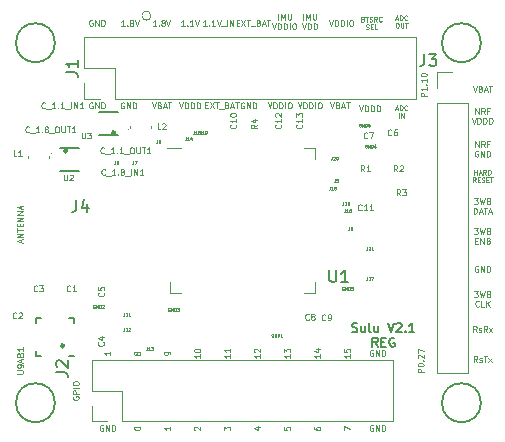
<source format=gto>
G04 #@! TF.GenerationSoftware,KiCad,Pcbnew,(6.0.7)*
G04 #@! TF.CreationDate,2022-09-08T16:43:51-07:00*
G04 #@! TF.ProjectId,scum3c-devboard,7363756d-3363-42d6-9465-76626f617264,rev?*
G04 #@! TF.SameCoordinates,Original*
G04 #@! TF.FileFunction,Legend,Top*
G04 #@! TF.FilePolarity,Positive*
%FSLAX46Y46*%
G04 Gerber Fmt 4.6, Leading zero omitted, Abs format (unit mm)*
G04 Created by KiCad (PCBNEW (6.0.7)) date 2022-09-08 16:43:51*
%MOMM*%
%LPD*%
G01*
G04 APERTURE LIST*
%ADD10C,0.150000*%
%ADD11C,0.254000*%
%ADD12C,0.100000*%
%ADD13C,0.080000*%
%ADD14C,0.127000*%
%ADD15C,0.101600*%
%ADD16C,0.050800*%
%ADD17C,0.125000*%
%ADD18C,0.015000*%
%ADD19C,0.120000*%
G04 APERTURE END LIST*
D10*
X116713000Y-84074000D02*
G75*
G03*
X116713000Y-84074000I-1651000J0D01*
G01*
X80645000Y-84074000D02*
G75*
G03*
X80645000Y-84074000I-1651000J0D01*
G01*
X116713000Y-53594000D02*
G75*
G03*
X116713000Y-53594000I-1651000J0D01*
G01*
X80645000Y-53594000D02*
G75*
G03*
X80645000Y-53594000I-1651000J0D01*
G01*
D11*
X81407000Y-79248000D02*
G75*
G03*
X81407000Y-79248000I-127000J0D01*
G01*
X85725000Y-61214000D02*
G75*
G03*
X85725000Y-61214000I-127000J0D01*
G01*
X81661000Y-62738000D02*
G75*
G03*
X81661000Y-62738000I-127000J0D01*
G01*
D12*
X116018571Y-57257190D02*
X116185238Y-57757190D01*
X116351904Y-57257190D01*
X116685238Y-57495285D02*
X116756666Y-57519095D01*
X116780476Y-57542904D01*
X116804285Y-57590523D01*
X116804285Y-57661952D01*
X116780476Y-57709571D01*
X116756666Y-57733380D01*
X116709047Y-57757190D01*
X116518571Y-57757190D01*
X116518571Y-57257190D01*
X116685238Y-57257190D01*
X116732857Y-57281000D01*
X116756666Y-57304809D01*
X116780476Y-57352428D01*
X116780476Y-57400047D01*
X116756666Y-57447666D01*
X116732857Y-57471476D01*
X116685238Y-57495285D01*
X116518571Y-57495285D01*
X116994761Y-57614333D02*
X117232857Y-57614333D01*
X116947142Y-57757190D02*
X117113809Y-57257190D01*
X117280476Y-57757190D01*
X117375714Y-57257190D02*
X117661428Y-57257190D01*
X117518571Y-57757190D02*
X117518571Y-57257190D01*
X116399523Y-80617190D02*
X116232857Y-80379095D01*
X116113809Y-80617190D02*
X116113809Y-80117190D01*
X116304285Y-80117190D01*
X116351904Y-80141000D01*
X116375714Y-80164809D01*
X116399523Y-80212428D01*
X116399523Y-80283857D01*
X116375714Y-80331476D01*
X116351904Y-80355285D01*
X116304285Y-80379095D01*
X116113809Y-80379095D01*
X116590000Y-80593380D02*
X116637619Y-80617190D01*
X116732857Y-80617190D01*
X116780476Y-80593380D01*
X116804285Y-80545761D01*
X116804285Y-80521952D01*
X116780476Y-80474333D01*
X116732857Y-80450523D01*
X116661428Y-80450523D01*
X116613809Y-80426714D01*
X116590000Y-80379095D01*
X116590000Y-80355285D01*
X116613809Y-80307666D01*
X116661428Y-80283857D01*
X116732857Y-80283857D01*
X116780476Y-80307666D01*
X116947142Y-80117190D02*
X117232857Y-80117190D01*
X117090000Y-80617190D02*
X117090000Y-80117190D01*
X117351904Y-80617190D02*
X117613809Y-80283857D01*
X117351904Y-80283857D02*
X117613809Y-80617190D01*
X87570476Y-79930619D02*
X87546666Y-79978238D01*
X87522857Y-80002047D01*
X87475238Y-80025857D01*
X87451428Y-80025857D01*
X87403809Y-80002047D01*
X87380000Y-79978238D01*
X87356190Y-79930619D01*
X87356190Y-79835380D01*
X87380000Y-79787761D01*
X87403809Y-79763952D01*
X87451428Y-79740142D01*
X87475238Y-79740142D01*
X87522857Y-79763952D01*
X87546666Y-79787761D01*
X87570476Y-79835380D01*
X87570476Y-79930619D01*
X87594285Y-79978238D01*
X87618095Y-80002047D01*
X87665714Y-80025857D01*
X87760952Y-80025857D01*
X87808571Y-80002047D01*
X87832380Y-79978238D01*
X87856190Y-79930619D01*
X87856190Y-79835380D01*
X87832380Y-79787761D01*
X87808571Y-79763952D01*
X87760952Y-79740142D01*
X87665714Y-79740142D01*
X87618095Y-79763952D01*
X87594285Y-79787761D01*
X87570476Y-79835380D01*
X97682857Y-86137761D02*
X98016190Y-86137761D01*
X97492380Y-86256809D02*
X97849523Y-86375857D01*
X97849523Y-86066333D01*
X90396190Y-79978238D02*
X90396190Y-79883000D01*
X90372380Y-79835380D01*
X90348571Y-79811571D01*
X90277142Y-79763952D01*
X90181904Y-79740142D01*
X89991428Y-79740142D01*
X89943809Y-79763952D01*
X89920000Y-79787761D01*
X89896190Y-79835380D01*
X89896190Y-79930619D01*
X89920000Y-79978238D01*
X89943809Y-80002047D01*
X89991428Y-80025857D01*
X90110476Y-80025857D01*
X90158095Y-80002047D01*
X90181904Y-79978238D01*
X90205714Y-79930619D01*
X90205714Y-79835380D01*
X90181904Y-79787761D01*
X90158095Y-79763952D01*
X90110476Y-79740142D01*
X92936190Y-79978238D02*
X92936190Y-80263952D01*
X92936190Y-80121095D02*
X92436190Y-80121095D01*
X92507619Y-80168714D01*
X92555238Y-80216333D01*
X92579047Y-80263952D01*
X92436190Y-79668714D02*
X92436190Y-79621095D01*
X92460000Y-79573476D01*
X92483809Y-79549666D01*
X92531428Y-79525857D01*
X92626666Y-79502047D01*
X92745714Y-79502047D01*
X92840952Y-79525857D01*
X92888571Y-79549666D01*
X92912380Y-79573476D01*
X92936190Y-79621095D01*
X92936190Y-79668714D01*
X92912380Y-79716333D01*
X92888571Y-79740142D01*
X92840952Y-79763952D01*
X92745714Y-79787761D01*
X92626666Y-79787761D01*
X92531428Y-79763952D01*
X92483809Y-79740142D01*
X92460000Y-79716333D01*
X92436190Y-79668714D01*
X90396190Y-86090142D02*
X90396190Y-86375857D01*
X90396190Y-86233000D02*
X89896190Y-86233000D01*
X89967619Y-86280619D01*
X90015238Y-86328238D01*
X90039047Y-86375857D01*
X100056190Y-86113952D02*
X100056190Y-86352047D01*
X100294285Y-86375857D01*
X100270476Y-86352047D01*
X100246666Y-86304428D01*
X100246666Y-86185380D01*
X100270476Y-86137761D01*
X100294285Y-86113952D01*
X100341904Y-86090142D01*
X100460952Y-86090142D01*
X100508571Y-86113952D01*
X100532380Y-86137761D01*
X100556190Y-86185380D01*
X100556190Y-86304428D01*
X100532380Y-86352047D01*
X100508571Y-86375857D01*
X105136190Y-86399666D02*
X105136190Y-86066333D01*
X105636190Y-86280619D01*
X92483809Y-86375857D02*
X92460000Y-86352047D01*
X92436190Y-86304428D01*
X92436190Y-86185380D01*
X92460000Y-86137761D01*
X92483809Y-86113952D01*
X92531428Y-86090142D01*
X92579047Y-86090142D01*
X92650476Y-86113952D01*
X92936190Y-86399666D01*
X92936190Y-86090142D01*
X102596190Y-86137761D02*
X102596190Y-86233000D01*
X102620000Y-86280619D01*
X102643809Y-86304428D01*
X102715238Y-86352047D01*
X102810476Y-86375857D01*
X103000952Y-86375857D01*
X103048571Y-86352047D01*
X103072380Y-86328238D01*
X103096190Y-86280619D01*
X103096190Y-86185380D01*
X103072380Y-86137761D01*
X103048571Y-86113952D01*
X103000952Y-86090142D01*
X102881904Y-86090142D01*
X102834285Y-86113952D01*
X102810476Y-86137761D01*
X102786666Y-86185380D01*
X102786666Y-86280619D01*
X102810476Y-86328238D01*
X102834285Y-86352047D01*
X102881904Y-86375857D01*
X87356190Y-86256809D02*
X87356190Y-86209190D01*
X87380000Y-86161571D01*
X87403809Y-86137761D01*
X87451428Y-86113952D01*
X87546666Y-86090142D01*
X87665714Y-86090142D01*
X87760952Y-86113952D01*
X87808571Y-86137761D01*
X87832380Y-86161571D01*
X87856190Y-86209190D01*
X87856190Y-86256809D01*
X87832380Y-86304428D01*
X87808571Y-86328238D01*
X87760952Y-86352047D01*
X87665714Y-86375857D01*
X87546666Y-86375857D01*
X87451428Y-86352047D01*
X87403809Y-86328238D01*
X87380000Y-86304428D01*
X87356190Y-86256809D01*
X105636190Y-79978238D02*
X105636190Y-80263952D01*
X105636190Y-80121095D02*
X105136190Y-80121095D01*
X105207619Y-80168714D01*
X105255238Y-80216333D01*
X105279047Y-80263952D01*
X105136190Y-79525857D02*
X105136190Y-79763952D01*
X105374285Y-79787761D01*
X105350476Y-79763952D01*
X105326666Y-79716333D01*
X105326666Y-79597285D01*
X105350476Y-79549666D01*
X105374285Y-79525857D01*
X105421904Y-79502047D01*
X105540952Y-79502047D01*
X105588571Y-79525857D01*
X105612380Y-79549666D01*
X105636190Y-79597285D01*
X105636190Y-79716333D01*
X105612380Y-79763952D01*
X105588571Y-79787761D01*
X116459047Y-72521000D02*
X116411428Y-72497190D01*
X116340000Y-72497190D01*
X116268571Y-72521000D01*
X116220952Y-72568619D01*
X116197142Y-72616238D01*
X116173333Y-72711476D01*
X116173333Y-72782904D01*
X116197142Y-72878142D01*
X116220952Y-72925761D01*
X116268571Y-72973380D01*
X116340000Y-72997190D01*
X116387619Y-72997190D01*
X116459047Y-72973380D01*
X116482857Y-72949571D01*
X116482857Y-72782904D01*
X116387619Y-72782904D01*
X116697142Y-72997190D02*
X116697142Y-72497190D01*
X116982857Y-72997190D01*
X116982857Y-72497190D01*
X117220952Y-72997190D02*
X117220952Y-72497190D01*
X117340000Y-72497190D01*
X117411428Y-72521000D01*
X117459047Y-72568619D01*
X117482857Y-72616238D01*
X117506666Y-72711476D01*
X117506666Y-72782904D01*
X117482857Y-72878142D01*
X117459047Y-72925761D01*
X117411428Y-72973380D01*
X117340000Y-72997190D01*
X117220952Y-72997190D01*
X82173000Y-83558000D02*
X82149190Y-83605619D01*
X82149190Y-83677047D01*
X82173000Y-83748476D01*
X82220619Y-83796095D01*
X82268238Y-83819904D01*
X82363476Y-83843714D01*
X82434904Y-83843714D01*
X82530142Y-83819904D01*
X82577761Y-83796095D01*
X82625380Y-83748476D01*
X82649190Y-83677047D01*
X82649190Y-83629428D01*
X82625380Y-83558000D01*
X82601571Y-83534190D01*
X82434904Y-83534190D01*
X82434904Y-83629428D01*
X82649190Y-83319904D02*
X82149190Y-83319904D01*
X82149190Y-83129428D01*
X82173000Y-83081809D01*
X82196809Y-83058000D01*
X82244428Y-83034190D01*
X82315857Y-83034190D01*
X82363476Y-83058000D01*
X82387285Y-83081809D01*
X82411095Y-83129428D01*
X82411095Y-83319904D01*
X82649190Y-82819904D02*
X82149190Y-82819904D01*
X82149190Y-82486571D02*
X82149190Y-82391333D01*
X82173000Y-82343714D01*
X82220619Y-82296095D01*
X82315857Y-82272285D01*
X82482523Y-82272285D01*
X82577761Y-82296095D01*
X82625380Y-82343714D01*
X82649190Y-82391333D01*
X82649190Y-82486571D01*
X82625380Y-82534190D01*
X82577761Y-82581809D01*
X82482523Y-82605619D01*
X82315857Y-82605619D01*
X82220619Y-82581809D01*
X82173000Y-82534190D01*
X82149190Y-82486571D01*
D13*
X106727714Y-51592428D02*
X106784857Y-51611476D01*
X106803904Y-51630523D01*
X106822952Y-51668619D01*
X106822952Y-51725761D01*
X106803904Y-51763857D01*
X106784857Y-51782904D01*
X106746761Y-51801952D01*
X106594380Y-51801952D01*
X106594380Y-51401952D01*
X106727714Y-51401952D01*
X106765809Y-51421000D01*
X106784857Y-51440047D01*
X106803904Y-51478142D01*
X106803904Y-51516238D01*
X106784857Y-51554333D01*
X106765809Y-51573380D01*
X106727714Y-51592428D01*
X106594380Y-51592428D01*
X106937238Y-51401952D02*
X107165809Y-51401952D01*
X107051523Y-51801952D02*
X107051523Y-51401952D01*
X107280095Y-51782904D02*
X107337238Y-51801952D01*
X107432476Y-51801952D01*
X107470571Y-51782904D01*
X107489619Y-51763857D01*
X107508666Y-51725761D01*
X107508666Y-51687666D01*
X107489619Y-51649571D01*
X107470571Y-51630523D01*
X107432476Y-51611476D01*
X107356285Y-51592428D01*
X107318190Y-51573380D01*
X107299142Y-51554333D01*
X107280095Y-51516238D01*
X107280095Y-51478142D01*
X107299142Y-51440047D01*
X107318190Y-51421000D01*
X107356285Y-51401952D01*
X107451523Y-51401952D01*
X107508666Y-51421000D01*
X107908666Y-51801952D02*
X107775333Y-51611476D01*
X107680095Y-51801952D02*
X107680095Y-51401952D01*
X107832476Y-51401952D01*
X107870571Y-51421000D01*
X107889619Y-51440047D01*
X107908666Y-51478142D01*
X107908666Y-51535285D01*
X107889619Y-51573380D01*
X107870571Y-51592428D01*
X107832476Y-51611476D01*
X107680095Y-51611476D01*
X108308666Y-51763857D02*
X108289619Y-51782904D01*
X108232476Y-51801952D01*
X108194380Y-51801952D01*
X108137238Y-51782904D01*
X108099142Y-51744809D01*
X108080095Y-51706714D01*
X108061047Y-51630523D01*
X108061047Y-51573380D01*
X108080095Y-51497190D01*
X108099142Y-51459095D01*
X108137238Y-51421000D01*
X108194380Y-51401952D01*
X108232476Y-51401952D01*
X108289619Y-51421000D01*
X108308666Y-51440047D01*
X106984857Y-52426904D02*
X107042000Y-52445952D01*
X107137238Y-52445952D01*
X107175333Y-52426904D01*
X107194380Y-52407857D01*
X107213428Y-52369761D01*
X107213428Y-52331666D01*
X107194380Y-52293571D01*
X107175333Y-52274523D01*
X107137238Y-52255476D01*
X107061047Y-52236428D01*
X107022952Y-52217380D01*
X107003904Y-52198333D01*
X106984857Y-52160238D01*
X106984857Y-52122142D01*
X107003904Y-52084047D01*
X107022952Y-52065000D01*
X107061047Y-52045952D01*
X107156285Y-52045952D01*
X107213428Y-52065000D01*
X107384857Y-52236428D02*
X107518190Y-52236428D01*
X107575333Y-52445952D02*
X107384857Y-52445952D01*
X107384857Y-52045952D01*
X107575333Y-52045952D01*
X107937238Y-52445952D02*
X107746761Y-52445952D01*
X107746761Y-52045952D01*
D12*
X95476190Y-79978238D02*
X95476190Y-80263952D01*
X95476190Y-80121095D02*
X94976190Y-80121095D01*
X95047619Y-80168714D01*
X95095238Y-80216333D01*
X95119047Y-80263952D01*
X95476190Y-79502047D02*
X95476190Y-79787761D01*
X95476190Y-79644904D02*
X94976190Y-79644904D01*
X95047619Y-79692523D01*
X95095238Y-79740142D01*
X95119047Y-79787761D01*
X116232857Y-59640690D02*
X116232857Y-59140690D01*
X116518571Y-59640690D01*
X116518571Y-59140690D01*
X117042380Y-59640690D02*
X116875714Y-59402595D01*
X116756666Y-59640690D02*
X116756666Y-59140690D01*
X116947142Y-59140690D01*
X116994761Y-59164500D01*
X117018571Y-59188309D01*
X117042380Y-59235928D01*
X117042380Y-59307357D01*
X117018571Y-59354976D01*
X116994761Y-59378785D01*
X116947142Y-59402595D01*
X116756666Y-59402595D01*
X117423333Y-59378785D02*
X117256666Y-59378785D01*
X117256666Y-59640690D02*
X117256666Y-59140690D01*
X117494761Y-59140690D01*
X115923333Y-59945690D02*
X116090000Y-60445690D01*
X116256666Y-59945690D01*
X116423333Y-60445690D02*
X116423333Y-59945690D01*
X116542380Y-59945690D01*
X116613809Y-59969500D01*
X116661428Y-60017119D01*
X116685238Y-60064738D01*
X116709047Y-60159976D01*
X116709047Y-60231404D01*
X116685238Y-60326642D01*
X116661428Y-60374261D01*
X116613809Y-60421880D01*
X116542380Y-60445690D01*
X116423333Y-60445690D01*
X116923333Y-60445690D02*
X116923333Y-59945690D01*
X117042380Y-59945690D01*
X117113809Y-59969500D01*
X117161428Y-60017119D01*
X117185238Y-60064738D01*
X117209047Y-60159976D01*
X117209047Y-60231404D01*
X117185238Y-60326642D01*
X117161428Y-60374261D01*
X117113809Y-60421880D01*
X117042380Y-60445690D01*
X116923333Y-60445690D01*
X117423333Y-60445690D02*
X117423333Y-59945690D01*
X117542380Y-59945690D01*
X117613809Y-59969500D01*
X117661428Y-60017119D01*
X117685238Y-60064738D01*
X117709047Y-60159976D01*
X117709047Y-60231404D01*
X117685238Y-60326642D01*
X117661428Y-60374261D01*
X117613809Y-60421880D01*
X117542380Y-60445690D01*
X117423333Y-60445690D01*
X103854380Y-51669190D02*
X104021047Y-52169190D01*
X104187714Y-51669190D01*
X104354380Y-52169190D02*
X104354380Y-51669190D01*
X104473428Y-51669190D01*
X104544857Y-51693000D01*
X104592476Y-51740619D01*
X104616285Y-51788238D01*
X104640095Y-51883476D01*
X104640095Y-51954904D01*
X104616285Y-52050142D01*
X104592476Y-52097761D01*
X104544857Y-52145380D01*
X104473428Y-52169190D01*
X104354380Y-52169190D01*
X104854380Y-52169190D02*
X104854380Y-51669190D01*
X104973428Y-51669190D01*
X105044857Y-51693000D01*
X105092476Y-51740619D01*
X105116285Y-51788238D01*
X105140095Y-51883476D01*
X105140095Y-51954904D01*
X105116285Y-52050142D01*
X105092476Y-52097761D01*
X105044857Y-52145380D01*
X104973428Y-52169190D01*
X104854380Y-52169190D01*
X105354380Y-52169190D02*
X105354380Y-51669190D01*
X105687714Y-51669190D02*
X105782952Y-51669190D01*
X105830571Y-51693000D01*
X105878190Y-51740619D01*
X105902000Y-51835857D01*
X105902000Y-52002523D01*
X105878190Y-52097761D01*
X105830571Y-52145380D01*
X105782952Y-52169190D01*
X105687714Y-52169190D01*
X105640095Y-52145380D01*
X105592476Y-52097761D01*
X105568666Y-52002523D01*
X105568666Y-51835857D01*
X105592476Y-51740619D01*
X105640095Y-51693000D01*
X105687714Y-51669190D01*
X83820047Y-51693000D02*
X83772428Y-51669190D01*
X83701000Y-51669190D01*
X83629571Y-51693000D01*
X83581952Y-51740619D01*
X83558142Y-51788238D01*
X83534333Y-51883476D01*
X83534333Y-51954904D01*
X83558142Y-52050142D01*
X83581952Y-52097761D01*
X83629571Y-52145380D01*
X83701000Y-52169190D01*
X83748619Y-52169190D01*
X83820047Y-52145380D01*
X83843857Y-52121571D01*
X83843857Y-51954904D01*
X83748619Y-51954904D01*
X84058142Y-52169190D02*
X84058142Y-51669190D01*
X84343857Y-52169190D01*
X84343857Y-51669190D01*
X84581952Y-52169190D02*
X84581952Y-51669190D01*
X84701000Y-51669190D01*
X84772428Y-51693000D01*
X84820047Y-51740619D01*
X84843857Y-51788238D01*
X84867666Y-51883476D01*
X84867666Y-51954904D01*
X84843857Y-52050142D01*
X84820047Y-52097761D01*
X84772428Y-52145380D01*
X84701000Y-52169190D01*
X84581952Y-52169190D01*
D13*
X116154285Y-64755952D02*
X116154285Y-64355952D01*
X116154285Y-64546428D02*
X116382857Y-64546428D01*
X116382857Y-64755952D02*
X116382857Y-64355952D01*
X116554285Y-64641666D02*
X116744761Y-64641666D01*
X116516190Y-64755952D02*
X116649523Y-64355952D01*
X116782857Y-64755952D01*
X117144761Y-64755952D02*
X117011428Y-64565476D01*
X116916190Y-64755952D02*
X116916190Y-64355952D01*
X117068571Y-64355952D01*
X117106666Y-64375000D01*
X117125714Y-64394047D01*
X117144761Y-64432142D01*
X117144761Y-64489285D01*
X117125714Y-64527380D01*
X117106666Y-64546428D01*
X117068571Y-64565476D01*
X116916190Y-64565476D01*
X117316190Y-64755952D02*
X117316190Y-64355952D01*
X117411428Y-64355952D01*
X117468571Y-64375000D01*
X117506666Y-64413095D01*
X117525714Y-64451190D01*
X117544761Y-64527380D01*
X117544761Y-64584523D01*
X117525714Y-64660714D01*
X117506666Y-64698809D01*
X117468571Y-64736904D01*
X117411428Y-64755952D01*
X117316190Y-64755952D01*
X116259047Y-65399952D02*
X116125714Y-65209476D01*
X116030476Y-65399952D02*
X116030476Y-64999952D01*
X116182857Y-64999952D01*
X116220952Y-65019000D01*
X116240000Y-65038047D01*
X116259047Y-65076142D01*
X116259047Y-65133285D01*
X116240000Y-65171380D01*
X116220952Y-65190428D01*
X116182857Y-65209476D01*
X116030476Y-65209476D01*
X116430476Y-65190428D02*
X116563809Y-65190428D01*
X116620952Y-65399952D02*
X116430476Y-65399952D01*
X116430476Y-64999952D01*
X116620952Y-64999952D01*
X116773333Y-65380904D02*
X116830476Y-65399952D01*
X116925714Y-65399952D01*
X116963809Y-65380904D01*
X116982857Y-65361857D01*
X117001904Y-65323761D01*
X117001904Y-65285666D01*
X116982857Y-65247571D01*
X116963809Y-65228523D01*
X116925714Y-65209476D01*
X116849523Y-65190428D01*
X116811428Y-65171380D01*
X116792380Y-65152333D01*
X116773333Y-65114238D01*
X116773333Y-65076142D01*
X116792380Y-65038047D01*
X116811428Y-65019000D01*
X116849523Y-64999952D01*
X116944761Y-64999952D01*
X117001904Y-65019000D01*
X117173333Y-65190428D02*
X117306666Y-65190428D01*
X117363809Y-65399952D02*
X117173333Y-65399952D01*
X117173333Y-64999952D01*
X117363809Y-64999952D01*
X117478095Y-64999952D02*
X117706666Y-64999952D01*
X117592380Y-65399952D02*
X117592380Y-64999952D01*
D12*
X107569047Y-85983000D02*
X107521428Y-85959190D01*
X107450000Y-85959190D01*
X107378571Y-85983000D01*
X107330952Y-86030619D01*
X107307142Y-86078238D01*
X107283333Y-86173476D01*
X107283333Y-86244904D01*
X107307142Y-86340142D01*
X107330952Y-86387761D01*
X107378571Y-86435380D01*
X107450000Y-86459190D01*
X107497619Y-86459190D01*
X107569047Y-86435380D01*
X107592857Y-86411571D01*
X107592857Y-86244904D01*
X107497619Y-86244904D01*
X107807142Y-86459190D02*
X107807142Y-85959190D01*
X108092857Y-86459190D01*
X108092857Y-85959190D01*
X108330952Y-86459190D02*
X108330952Y-85959190D01*
X108450000Y-85959190D01*
X108521428Y-85983000D01*
X108569047Y-86030619D01*
X108592857Y-86078238D01*
X108616666Y-86173476D01*
X108616666Y-86244904D01*
X108592857Y-86340142D01*
X108569047Y-86387761D01*
X108521428Y-86435380D01*
X108450000Y-86459190D01*
X108330952Y-86459190D01*
X94976190Y-86399666D02*
X94976190Y-86090142D01*
X95166666Y-86256809D01*
X95166666Y-86185380D01*
X95190476Y-86137761D01*
X95214285Y-86113952D01*
X95261904Y-86090142D01*
X95380952Y-86090142D01*
X95428571Y-86113952D01*
X95452380Y-86137761D01*
X95476190Y-86185380D01*
X95476190Y-86328238D01*
X95452380Y-86375857D01*
X95428571Y-86399666D01*
X85316190Y-79740142D02*
X85316190Y-80025857D01*
X85316190Y-79883000D02*
X84816190Y-79883000D01*
X84887619Y-79930619D01*
X84935238Y-79978238D01*
X84959047Y-80025857D01*
X84709047Y-85983000D02*
X84661428Y-85959190D01*
X84590000Y-85959190D01*
X84518571Y-85983000D01*
X84470952Y-86030619D01*
X84447142Y-86078238D01*
X84423333Y-86173476D01*
X84423333Y-86244904D01*
X84447142Y-86340142D01*
X84470952Y-86387761D01*
X84518571Y-86435380D01*
X84590000Y-86459190D01*
X84637619Y-86459190D01*
X84709047Y-86435380D01*
X84732857Y-86411571D01*
X84732857Y-86244904D01*
X84637619Y-86244904D01*
X84947142Y-86459190D02*
X84947142Y-85959190D01*
X85232857Y-86459190D01*
X85232857Y-85959190D01*
X85470952Y-86459190D02*
X85470952Y-85959190D01*
X85590000Y-85959190D01*
X85661428Y-85983000D01*
X85709047Y-86030619D01*
X85732857Y-86078238D01*
X85756666Y-86173476D01*
X85756666Y-86244904D01*
X85732857Y-86340142D01*
X85709047Y-86387761D01*
X85661428Y-86435380D01*
X85590000Y-86459190D01*
X85470952Y-86459190D01*
X77807333Y-70496714D02*
X77807333Y-70258619D01*
X77950190Y-70544333D02*
X77450190Y-70377666D01*
X77950190Y-70211000D01*
X77950190Y-70044333D02*
X77450190Y-70044333D01*
X77950190Y-69758619D01*
X77450190Y-69758619D01*
X77450190Y-69591952D02*
X77450190Y-69306238D01*
X77950190Y-69449095D02*
X77450190Y-69449095D01*
X77688285Y-69139571D02*
X77688285Y-68972904D01*
X77950190Y-68901476D02*
X77950190Y-69139571D01*
X77450190Y-69139571D01*
X77450190Y-68901476D01*
X77950190Y-68687190D02*
X77450190Y-68687190D01*
X77950190Y-68401476D01*
X77450190Y-68401476D01*
X77950190Y-68163380D02*
X77450190Y-68163380D01*
X77950190Y-67877666D01*
X77450190Y-67877666D01*
X77807333Y-67663380D02*
X77807333Y-67425285D01*
X77950190Y-67711000D02*
X77450190Y-67544333D01*
X77950190Y-67377666D01*
X91646428Y-52169190D02*
X91360714Y-52169190D01*
X91503571Y-52169190D02*
X91503571Y-51669190D01*
X91455952Y-51740619D01*
X91408333Y-51788238D01*
X91360714Y-51812047D01*
X91860714Y-52121571D02*
X91884523Y-52145380D01*
X91860714Y-52169190D01*
X91836904Y-52145380D01*
X91860714Y-52121571D01*
X91860714Y-52169190D01*
X92360714Y-52169190D02*
X92075000Y-52169190D01*
X92217857Y-52169190D02*
X92217857Y-51669190D01*
X92170238Y-51740619D01*
X92122619Y-51788238D01*
X92075000Y-51812047D01*
X92503571Y-51669190D02*
X92670238Y-52169190D01*
X92836904Y-51669190D01*
X89233428Y-52169190D02*
X88947714Y-52169190D01*
X89090571Y-52169190D02*
X89090571Y-51669190D01*
X89042952Y-51740619D01*
X88995333Y-51788238D01*
X88947714Y-51812047D01*
X89447714Y-52121571D02*
X89471523Y-52145380D01*
X89447714Y-52169190D01*
X89423904Y-52145380D01*
X89447714Y-52121571D01*
X89447714Y-52169190D01*
X89757238Y-51883476D02*
X89709619Y-51859666D01*
X89685809Y-51835857D01*
X89662000Y-51788238D01*
X89662000Y-51764428D01*
X89685809Y-51716809D01*
X89709619Y-51693000D01*
X89757238Y-51669190D01*
X89852476Y-51669190D01*
X89900095Y-51693000D01*
X89923904Y-51716809D01*
X89947714Y-51764428D01*
X89947714Y-51788238D01*
X89923904Y-51835857D01*
X89900095Y-51859666D01*
X89852476Y-51883476D01*
X89757238Y-51883476D01*
X89709619Y-51907285D01*
X89685809Y-51931095D01*
X89662000Y-51978714D01*
X89662000Y-52073952D01*
X89685809Y-52121571D01*
X89709619Y-52145380D01*
X89757238Y-52169190D01*
X89852476Y-52169190D01*
X89900095Y-52145380D01*
X89923904Y-52121571D01*
X89947714Y-52073952D01*
X89947714Y-51978714D01*
X89923904Y-51931095D01*
X89900095Y-51907285D01*
X89852476Y-51883476D01*
X90090571Y-51669190D02*
X90257238Y-52169190D01*
X90423904Y-51669190D01*
X96028047Y-51907285D02*
X96194714Y-51907285D01*
X96266142Y-52169190D02*
X96028047Y-52169190D01*
X96028047Y-51669190D01*
X96266142Y-51669190D01*
X96432809Y-51669190D02*
X96766142Y-52169190D01*
X96766142Y-51669190D02*
X96432809Y-52169190D01*
X96885190Y-51669190D02*
X97170904Y-51669190D01*
X97028047Y-52169190D02*
X97028047Y-51669190D01*
X97218523Y-52216809D02*
X97599476Y-52216809D01*
X97885190Y-51907285D02*
X97956619Y-51931095D01*
X97980428Y-51954904D01*
X98004238Y-52002523D01*
X98004238Y-52073952D01*
X97980428Y-52121571D01*
X97956619Y-52145380D01*
X97909000Y-52169190D01*
X97718523Y-52169190D01*
X97718523Y-51669190D01*
X97885190Y-51669190D01*
X97932809Y-51693000D01*
X97956619Y-51716809D01*
X97980428Y-51764428D01*
X97980428Y-51812047D01*
X97956619Y-51859666D01*
X97932809Y-51883476D01*
X97885190Y-51907285D01*
X97718523Y-51907285D01*
X98194714Y-52026333D02*
X98432809Y-52026333D01*
X98147095Y-52169190D02*
X98313761Y-51669190D01*
X98480428Y-52169190D01*
X98575666Y-51669190D02*
X98861380Y-51669190D01*
X98718523Y-52169190D02*
X98718523Y-51669190D01*
D14*
X105827285Y-78054018D02*
X105936142Y-78090304D01*
X106117571Y-78090304D01*
X106190142Y-78054018D01*
X106226428Y-78017732D01*
X106262714Y-77945161D01*
X106262714Y-77872590D01*
X106226428Y-77800018D01*
X106190142Y-77763732D01*
X106117571Y-77727447D01*
X105972428Y-77691161D01*
X105899857Y-77654875D01*
X105863571Y-77618590D01*
X105827285Y-77546018D01*
X105827285Y-77473447D01*
X105863571Y-77400875D01*
X105899857Y-77364590D01*
X105972428Y-77328304D01*
X106153857Y-77328304D01*
X106262714Y-77364590D01*
X106915857Y-77582304D02*
X106915857Y-78090304D01*
X106589285Y-77582304D02*
X106589285Y-77981447D01*
X106625571Y-78054018D01*
X106698142Y-78090304D01*
X106807000Y-78090304D01*
X106879571Y-78054018D01*
X106915857Y-78017732D01*
X107387571Y-78090304D02*
X107315000Y-78054018D01*
X107278714Y-77981447D01*
X107278714Y-77328304D01*
X108004428Y-77582304D02*
X108004428Y-78090304D01*
X107677857Y-77582304D02*
X107677857Y-77981447D01*
X107714142Y-78054018D01*
X107786714Y-78090304D01*
X107895571Y-78090304D01*
X107968142Y-78054018D01*
X108004428Y-78017732D01*
X108839000Y-77328304D02*
X109093000Y-78090304D01*
X109347000Y-77328304D01*
X109564714Y-77400875D02*
X109601000Y-77364590D01*
X109673571Y-77328304D01*
X109855000Y-77328304D01*
X109927571Y-77364590D01*
X109963857Y-77400875D01*
X110000142Y-77473447D01*
X110000142Y-77546018D01*
X109963857Y-77654875D01*
X109528428Y-78090304D01*
X110000142Y-78090304D01*
X110326714Y-78017732D02*
X110363000Y-78054018D01*
X110326714Y-78090304D01*
X110290428Y-78054018D01*
X110326714Y-78017732D01*
X110326714Y-78090304D01*
X111088714Y-78090304D02*
X110653285Y-78090304D01*
X110871000Y-78090304D02*
X110871000Y-77328304D01*
X110798428Y-77437161D01*
X110725857Y-77509732D01*
X110653285Y-77546018D01*
X107968142Y-79317124D02*
X107714142Y-78954267D01*
X107532714Y-79317124D02*
X107532714Y-78555124D01*
X107823000Y-78555124D01*
X107895571Y-78591410D01*
X107931857Y-78627695D01*
X107968142Y-78700267D01*
X107968142Y-78809124D01*
X107931857Y-78881695D01*
X107895571Y-78917981D01*
X107823000Y-78954267D01*
X107532714Y-78954267D01*
X108294714Y-78917981D02*
X108548714Y-78917981D01*
X108657571Y-79317124D02*
X108294714Y-79317124D01*
X108294714Y-78555124D01*
X108657571Y-78555124D01*
X109383285Y-78591410D02*
X109310714Y-78555124D01*
X109201857Y-78555124D01*
X109093000Y-78591410D01*
X109020428Y-78663981D01*
X108984142Y-78736552D01*
X108947857Y-78881695D01*
X108947857Y-78990552D01*
X108984142Y-79135695D01*
X109020428Y-79208267D01*
X109093000Y-79280838D01*
X109201857Y-79317124D01*
X109274428Y-79317124D01*
X109383285Y-79280838D01*
X109419571Y-79244552D01*
X109419571Y-78990552D01*
X109274428Y-78990552D01*
D12*
X101687380Y-51639690D02*
X101687380Y-51139690D01*
X101925476Y-51639690D02*
X101925476Y-51139690D01*
X102092142Y-51496833D01*
X102258809Y-51139690D01*
X102258809Y-51639690D01*
X102496904Y-51139690D02*
X102496904Y-51544452D01*
X102520714Y-51592071D01*
X102544523Y-51615880D01*
X102592142Y-51639690D01*
X102687380Y-51639690D01*
X102735000Y-51615880D01*
X102758809Y-51592071D01*
X102782619Y-51544452D01*
X102782619Y-51139690D01*
X101568333Y-51944690D02*
X101735000Y-52444690D01*
X101901666Y-51944690D01*
X102068333Y-52444690D02*
X102068333Y-51944690D01*
X102187380Y-51944690D01*
X102258809Y-51968500D01*
X102306428Y-52016119D01*
X102330238Y-52063738D01*
X102354047Y-52158976D01*
X102354047Y-52230404D01*
X102330238Y-52325642D01*
X102306428Y-52373261D01*
X102258809Y-52420880D01*
X102187380Y-52444690D01*
X102068333Y-52444690D01*
X102568333Y-52444690D02*
X102568333Y-51944690D01*
X102687380Y-51944690D01*
X102758809Y-51968500D01*
X102806428Y-52016119D01*
X102830238Y-52063738D01*
X102854047Y-52158976D01*
X102854047Y-52230404D01*
X102830238Y-52325642D01*
X102806428Y-52373261D01*
X102758809Y-52420880D01*
X102687380Y-52444690D01*
X102568333Y-52444690D01*
X99528380Y-51639690D02*
X99528380Y-51139690D01*
X99766476Y-51639690D02*
X99766476Y-51139690D01*
X99933142Y-51496833D01*
X100099809Y-51139690D01*
X100099809Y-51639690D01*
X100337904Y-51139690D02*
X100337904Y-51544452D01*
X100361714Y-51592071D01*
X100385523Y-51615880D01*
X100433142Y-51639690D01*
X100528380Y-51639690D01*
X100576000Y-51615880D01*
X100599809Y-51592071D01*
X100623619Y-51544452D01*
X100623619Y-51139690D01*
X99028380Y-51944690D02*
X99195047Y-52444690D01*
X99361714Y-51944690D01*
X99528380Y-52444690D02*
X99528380Y-51944690D01*
X99647428Y-51944690D01*
X99718857Y-51968500D01*
X99766476Y-52016119D01*
X99790285Y-52063738D01*
X99814095Y-52158976D01*
X99814095Y-52230404D01*
X99790285Y-52325642D01*
X99766476Y-52373261D01*
X99718857Y-52420880D01*
X99647428Y-52444690D01*
X99528380Y-52444690D01*
X100028380Y-52444690D02*
X100028380Y-51944690D01*
X100147428Y-51944690D01*
X100218857Y-51968500D01*
X100266476Y-52016119D01*
X100290285Y-52063738D01*
X100314095Y-52158976D01*
X100314095Y-52230404D01*
X100290285Y-52325642D01*
X100266476Y-52373261D01*
X100218857Y-52420880D01*
X100147428Y-52444690D01*
X100028380Y-52444690D01*
X100528380Y-52444690D02*
X100528380Y-51944690D01*
X100861714Y-51944690D02*
X100956952Y-51944690D01*
X101004571Y-51968500D01*
X101052190Y-52016119D01*
X101076000Y-52111357D01*
X101076000Y-52278023D01*
X101052190Y-52373261D01*
X101004571Y-52420880D01*
X100956952Y-52444690D01*
X100861714Y-52444690D01*
X100814095Y-52420880D01*
X100766476Y-52373261D01*
X100742666Y-52278023D01*
X100742666Y-52111357D01*
X100766476Y-52016119D01*
X100814095Y-51968500D01*
X100861714Y-51944690D01*
X101187380Y-58654190D02*
X101354047Y-59154190D01*
X101520714Y-58654190D01*
X101687380Y-59154190D02*
X101687380Y-58654190D01*
X101806428Y-58654190D01*
X101877857Y-58678000D01*
X101925476Y-58725619D01*
X101949285Y-58773238D01*
X101973095Y-58868476D01*
X101973095Y-58939904D01*
X101949285Y-59035142D01*
X101925476Y-59082761D01*
X101877857Y-59130380D01*
X101806428Y-59154190D01*
X101687380Y-59154190D01*
X102187380Y-59154190D02*
X102187380Y-58654190D01*
X102306428Y-58654190D01*
X102377857Y-58678000D01*
X102425476Y-58725619D01*
X102449285Y-58773238D01*
X102473095Y-58868476D01*
X102473095Y-58939904D01*
X102449285Y-59035142D01*
X102425476Y-59082761D01*
X102377857Y-59130380D01*
X102306428Y-59154190D01*
X102187380Y-59154190D01*
X102687380Y-59154190D02*
X102687380Y-58654190D01*
X103020714Y-58654190D02*
X103115952Y-58654190D01*
X103163571Y-58678000D01*
X103211190Y-58725619D01*
X103235000Y-58820857D01*
X103235000Y-58987523D01*
X103211190Y-59082761D01*
X103163571Y-59130380D01*
X103115952Y-59154190D01*
X103020714Y-59154190D01*
X102973095Y-59130380D01*
X102925476Y-59082761D01*
X102901666Y-58987523D01*
X102901666Y-58820857D01*
X102925476Y-58725619D01*
X102973095Y-58678000D01*
X103020714Y-58654190D01*
X88840571Y-58654190D02*
X89007238Y-59154190D01*
X89173904Y-58654190D01*
X89507238Y-58892285D02*
X89578666Y-58916095D01*
X89602476Y-58939904D01*
X89626285Y-58987523D01*
X89626285Y-59058952D01*
X89602476Y-59106571D01*
X89578666Y-59130380D01*
X89531047Y-59154190D01*
X89340571Y-59154190D01*
X89340571Y-58654190D01*
X89507238Y-58654190D01*
X89554857Y-58678000D01*
X89578666Y-58701809D01*
X89602476Y-58749428D01*
X89602476Y-58797047D01*
X89578666Y-58844666D01*
X89554857Y-58868476D01*
X89507238Y-58892285D01*
X89340571Y-58892285D01*
X89816761Y-59011333D02*
X90054857Y-59011333D01*
X89769142Y-59154190D02*
X89935809Y-58654190D01*
X90102476Y-59154190D01*
X90197714Y-58654190D02*
X90483428Y-58654190D01*
X90340571Y-59154190D02*
X90340571Y-58654190D01*
X91158333Y-58654190D02*
X91325000Y-59154190D01*
X91491666Y-58654190D01*
X91658333Y-59154190D02*
X91658333Y-58654190D01*
X91777380Y-58654190D01*
X91848809Y-58678000D01*
X91896428Y-58725619D01*
X91920238Y-58773238D01*
X91944047Y-58868476D01*
X91944047Y-58939904D01*
X91920238Y-59035142D01*
X91896428Y-59082761D01*
X91848809Y-59130380D01*
X91777380Y-59154190D01*
X91658333Y-59154190D01*
X92158333Y-59154190D02*
X92158333Y-58654190D01*
X92277380Y-58654190D01*
X92348809Y-58678000D01*
X92396428Y-58725619D01*
X92420238Y-58773238D01*
X92444047Y-58868476D01*
X92444047Y-58939904D01*
X92420238Y-59035142D01*
X92396428Y-59082761D01*
X92348809Y-59130380D01*
X92277380Y-59154190D01*
X92158333Y-59154190D01*
X92658333Y-59154190D02*
X92658333Y-58654190D01*
X92777380Y-58654190D01*
X92848809Y-58678000D01*
X92896428Y-58725619D01*
X92920238Y-58773238D01*
X92944047Y-58868476D01*
X92944047Y-58939904D01*
X92920238Y-59035142D01*
X92896428Y-59082761D01*
X92848809Y-59130380D01*
X92777380Y-59154190D01*
X92658333Y-59154190D01*
X98647380Y-58654190D02*
X98814047Y-59154190D01*
X98980714Y-58654190D01*
X99147380Y-59154190D02*
X99147380Y-58654190D01*
X99266428Y-58654190D01*
X99337857Y-58678000D01*
X99385476Y-58725619D01*
X99409285Y-58773238D01*
X99433095Y-58868476D01*
X99433095Y-58939904D01*
X99409285Y-59035142D01*
X99385476Y-59082761D01*
X99337857Y-59130380D01*
X99266428Y-59154190D01*
X99147380Y-59154190D01*
X99647380Y-59154190D02*
X99647380Y-58654190D01*
X99766428Y-58654190D01*
X99837857Y-58678000D01*
X99885476Y-58725619D01*
X99909285Y-58773238D01*
X99933095Y-58868476D01*
X99933095Y-58939904D01*
X99909285Y-59035142D01*
X99885476Y-59082761D01*
X99837857Y-59130380D01*
X99766428Y-59154190D01*
X99647380Y-59154190D01*
X100147380Y-59154190D02*
X100147380Y-58654190D01*
X100480714Y-58654190D02*
X100575952Y-58654190D01*
X100623571Y-58678000D01*
X100671190Y-58725619D01*
X100695000Y-58820857D01*
X100695000Y-58987523D01*
X100671190Y-59082761D01*
X100623571Y-59130380D01*
X100575952Y-59154190D01*
X100480714Y-59154190D01*
X100433095Y-59130380D01*
X100385476Y-59082761D01*
X100361666Y-58987523D01*
X100361666Y-58820857D01*
X100385476Y-58725619D01*
X100433095Y-58678000D01*
X100480714Y-58654190D01*
X83820047Y-58678000D02*
X83772428Y-58654190D01*
X83701000Y-58654190D01*
X83629571Y-58678000D01*
X83581952Y-58725619D01*
X83558142Y-58773238D01*
X83534333Y-58868476D01*
X83534333Y-58939904D01*
X83558142Y-59035142D01*
X83581952Y-59082761D01*
X83629571Y-59130380D01*
X83701000Y-59154190D01*
X83748619Y-59154190D01*
X83820047Y-59130380D01*
X83843857Y-59106571D01*
X83843857Y-58939904D01*
X83748619Y-58939904D01*
X84058142Y-59154190D02*
X84058142Y-58654190D01*
X84343857Y-59154190D01*
X84343857Y-58654190D01*
X84581952Y-59154190D02*
X84581952Y-58654190D01*
X84701000Y-58654190D01*
X84772428Y-58678000D01*
X84820047Y-58725619D01*
X84843857Y-58773238D01*
X84867666Y-58868476D01*
X84867666Y-58939904D01*
X84843857Y-59035142D01*
X84820047Y-59082761D01*
X84772428Y-59130380D01*
X84701000Y-59154190D01*
X84581952Y-59154190D01*
X96647047Y-58678000D02*
X96599428Y-58654190D01*
X96528000Y-58654190D01*
X96456571Y-58678000D01*
X96408952Y-58725619D01*
X96385142Y-58773238D01*
X96361333Y-58868476D01*
X96361333Y-58939904D01*
X96385142Y-59035142D01*
X96408952Y-59082761D01*
X96456571Y-59130380D01*
X96528000Y-59154190D01*
X96575619Y-59154190D01*
X96647047Y-59130380D01*
X96670857Y-59106571D01*
X96670857Y-58939904D01*
X96575619Y-58939904D01*
X96885142Y-59154190D02*
X96885142Y-58654190D01*
X97170857Y-59154190D01*
X97170857Y-58654190D01*
X97408952Y-59154190D02*
X97408952Y-58654190D01*
X97528000Y-58654190D01*
X97599428Y-58678000D01*
X97647047Y-58725619D01*
X97670857Y-58773238D01*
X97694666Y-58868476D01*
X97694666Y-58939904D01*
X97670857Y-59035142D01*
X97647047Y-59082761D01*
X97599428Y-59130380D01*
X97528000Y-59154190D01*
X97408952Y-59154190D01*
X103953571Y-58654190D02*
X104120238Y-59154190D01*
X104286904Y-58654190D01*
X104620238Y-58892285D02*
X104691666Y-58916095D01*
X104715476Y-58939904D01*
X104739285Y-58987523D01*
X104739285Y-59058952D01*
X104715476Y-59106571D01*
X104691666Y-59130380D01*
X104644047Y-59154190D01*
X104453571Y-59154190D01*
X104453571Y-58654190D01*
X104620238Y-58654190D01*
X104667857Y-58678000D01*
X104691666Y-58701809D01*
X104715476Y-58749428D01*
X104715476Y-58797047D01*
X104691666Y-58844666D01*
X104667857Y-58868476D01*
X104620238Y-58892285D01*
X104453571Y-58892285D01*
X104929761Y-59011333D02*
X105167857Y-59011333D01*
X104882142Y-59154190D02*
X105048809Y-58654190D01*
X105215476Y-59154190D01*
X105310714Y-58654190D02*
X105596428Y-58654190D01*
X105453571Y-59154190D02*
X105453571Y-58654190D01*
X86487047Y-58678000D02*
X86439428Y-58654190D01*
X86368000Y-58654190D01*
X86296571Y-58678000D01*
X86248952Y-58725619D01*
X86225142Y-58773238D01*
X86201333Y-58868476D01*
X86201333Y-58939904D01*
X86225142Y-59035142D01*
X86248952Y-59082761D01*
X86296571Y-59130380D01*
X86368000Y-59154190D01*
X86415619Y-59154190D01*
X86487047Y-59130380D01*
X86510857Y-59106571D01*
X86510857Y-58939904D01*
X86415619Y-58939904D01*
X86725142Y-59154190D02*
X86725142Y-58654190D01*
X87010857Y-59154190D01*
X87010857Y-58654190D01*
X87248952Y-59154190D02*
X87248952Y-58654190D01*
X87368000Y-58654190D01*
X87439428Y-58678000D01*
X87487047Y-58725619D01*
X87510857Y-58773238D01*
X87534666Y-58868476D01*
X87534666Y-58939904D01*
X87510857Y-59035142D01*
X87487047Y-59082761D01*
X87439428Y-59130380D01*
X87368000Y-59154190D01*
X87248952Y-59154190D01*
X93361047Y-58892285D02*
X93527714Y-58892285D01*
X93599142Y-59154190D02*
X93361047Y-59154190D01*
X93361047Y-58654190D01*
X93599142Y-58654190D01*
X93765809Y-58654190D02*
X94099142Y-59154190D01*
X94099142Y-58654190D02*
X93765809Y-59154190D01*
X94218190Y-58654190D02*
X94503904Y-58654190D01*
X94361047Y-59154190D02*
X94361047Y-58654190D01*
X94551523Y-59201809D02*
X94932476Y-59201809D01*
X95218190Y-58892285D02*
X95289619Y-58916095D01*
X95313428Y-58939904D01*
X95337238Y-58987523D01*
X95337238Y-59058952D01*
X95313428Y-59106571D01*
X95289619Y-59130380D01*
X95242000Y-59154190D01*
X95051523Y-59154190D01*
X95051523Y-58654190D01*
X95218190Y-58654190D01*
X95265809Y-58678000D01*
X95289619Y-58701809D01*
X95313428Y-58749428D01*
X95313428Y-58797047D01*
X95289619Y-58844666D01*
X95265809Y-58868476D01*
X95218190Y-58892285D01*
X95051523Y-58892285D01*
X95527714Y-59011333D02*
X95765809Y-59011333D01*
X95480095Y-59154190D02*
X95646761Y-58654190D01*
X95813428Y-59154190D01*
X95908666Y-58654190D02*
X96194380Y-58654190D01*
X96051523Y-59154190D02*
X96051523Y-58654190D01*
X93488000Y-52169190D02*
X93202285Y-52169190D01*
X93345142Y-52169190D02*
X93345142Y-51669190D01*
X93297523Y-51740619D01*
X93249904Y-51788238D01*
X93202285Y-51812047D01*
X93702285Y-52121571D02*
X93726095Y-52145380D01*
X93702285Y-52169190D01*
X93678476Y-52145380D01*
X93702285Y-52121571D01*
X93702285Y-52169190D01*
X94202285Y-52169190D02*
X93916571Y-52169190D01*
X94059428Y-52169190D02*
X94059428Y-51669190D01*
X94011809Y-51740619D01*
X93964190Y-51788238D01*
X93916571Y-51812047D01*
X94345142Y-51669190D02*
X94511809Y-52169190D01*
X94678476Y-51669190D01*
X94726095Y-52216809D02*
X95107047Y-52216809D01*
X95226095Y-52169190D02*
X95226095Y-51669190D01*
X95464190Y-52169190D02*
X95464190Y-51669190D01*
X95749904Y-52169190D01*
X95749904Y-51669190D01*
X86566428Y-52169190D02*
X86280714Y-52169190D01*
X86423571Y-52169190D02*
X86423571Y-51669190D01*
X86375952Y-51740619D01*
X86328333Y-51788238D01*
X86280714Y-51812047D01*
X86780714Y-52121571D02*
X86804523Y-52145380D01*
X86780714Y-52169190D01*
X86756904Y-52145380D01*
X86780714Y-52121571D01*
X86780714Y-52169190D01*
X87090238Y-51883476D02*
X87042619Y-51859666D01*
X87018809Y-51835857D01*
X86995000Y-51788238D01*
X86995000Y-51764428D01*
X87018809Y-51716809D01*
X87042619Y-51693000D01*
X87090238Y-51669190D01*
X87185476Y-51669190D01*
X87233095Y-51693000D01*
X87256904Y-51716809D01*
X87280714Y-51764428D01*
X87280714Y-51788238D01*
X87256904Y-51835857D01*
X87233095Y-51859666D01*
X87185476Y-51883476D01*
X87090238Y-51883476D01*
X87042619Y-51907285D01*
X87018809Y-51931095D01*
X86995000Y-51978714D01*
X86995000Y-52073952D01*
X87018809Y-52121571D01*
X87042619Y-52145380D01*
X87090238Y-52169190D01*
X87185476Y-52169190D01*
X87233095Y-52145380D01*
X87256904Y-52121571D01*
X87280714Y-52073952D01*
X87280714Y-51978714D01*
X87256904Y-51931095D01*
X87233095Y-51907285D01*
X87185476Y-51883476D01*
X87423571Y-51669190D02*
X87590238Y-52169190D01*
X87756904Y-51669190D01*
D13*
X116137619Y-66760690D02*
X116447142Y-66760690D01*
X116280476Y-66951166D01*
X116351904Y-66951166D01*
X116399523Y-66974976D01*
X116423333Y-66998785D01*
X116447142Y-67046404D01*
X116447142Y-67165452D01*
X116423333Y-67213071D01*
X116399523Y-67236880D01*
X116351904Y-67260690D01*
X116209047Y-67260690D01*
X116161428Y-67236880D01*
X116137619Y-67213071D01*
X116613809Y-66760690D02*
X116732857Y-67260690D01*
X116828095Y-66903547D01*
X116923333Y-67260690D01*
X117042380Y-66760690D01*
X117399523Y-66998785D02*
X117470952Y-67022595D01*
X117494761Y-67046404D01*
X117518571Y-67094023D01*
X117518571Y-67165452D01*
X117494761Y-67213071D01*
X117470952Y-67236880D01*
X117423333Y-67260690D01*
X117232857Y-67260690D01*
X117232857Y-66760690D01*
X117399523Y-66760690D01*
X117447142Y-66784500D01*
X117470952Y-66808309D01*
X117494761Y-66855928D01*
X117494761Y-66903547D01*
X117470952Y-66951166D01*
X117447142Y-66974976D01*
X117399523Y-66998785D01*
X117232857Y-66998785D01*
X116090000Y-68065690D02*
X116090000Y-67565690D01*
X116209047Y-67565690D01*
X116280476Y-67589500D01*
X116328095Y-67637119D01*
X116351904Y-67684738D01*
X116375714Y-67779976D01*
X116375714Y-67851404D01*
X116351904Y-67946642D01*
X116328095Y-67994261D01*
X116280476Y-68041880D01*
X116209047Y-68065690D01*
X116090000Y-68065690D01*
X116566190Y-67922833D02*
X116804285Y-67922833D01*
X116518571Y-68065690D02*
X116685238Y-67565690D01*
X116851904Y-68065690D01*
X116947142Y-67565690D02*
X117232857Y-67565690D01*
X117090000Y-68065690D02*
X117090000Y-67565690D01*
X117375714Y-67922833D02*
X117613809Y-67922833D01*
X117328095Y-68065690D02*
X117494761Y-67565690D01*
X117661428Y-68065690D01*
X109486761Y-59180666D02*
X109677238Y-59180666D01*
X109448666Y-59294952D02*
X109582000Y-58894952D01*
X109715333Y-59294952D01*
X109848666Y-59294952D02*
X109848666Y-58894952D01*
X109943904Y-58894952D01*
X110001047Y-58914000D01*
X110039142Y-58952095D01*
X110058190Y-58990190D01*
X110077238Y-59066380D01*
X110077238Y-59123523D01*
X110058190Y-59199714D01*
X110039142Y-59237809D01*
X110001047Y-59275904D01*
X109943904Y-59294952D01*
X109848666Y-59294952D01*
X110477238Y-59256857D02*
X110458190Y-59275904D01*
X110401047Y-59294952D01*
X110362952Y-59294952D01*
X110305809Y-59275904D01*
X110267714Y-59237809D01*
X110248666Y-59199714D01*
X110229619Y-59123523D01*
X110229619Y-59066380D01*
X110248666Y-58990190D01*
X110267714Y-58952095D01*
X110305809Y-58914000D01*
X110362952Y-58894952D01*
X110401047Y-58894952D01*
X110458190Y-58914000D01*
X110477238Y-58933047D01*
X109772476Y-59938952D02*
X109772476Y-59538952D01*
X109962952Y-59938952D02*
X109962952Y-59538952D01*
X110191523Y-59938952D01*
X110191523Y-59538952D01*
D12*
X116232857Y-62434690D02*
X116232857Y-61934690D01*
X116518571Y-62434690D01*
X116518571Y-61934690D01*
X117042380Y-62434690D02*
X116875714Y-62196595D01*
X116756666Y-62434690D02*
X116756666Y-61934690D01*
X116947142Y-61934690D01*
X116994761Y-61958500D01*
X117018571Y-61982309D01*
X117042380Y-62029928D01*
X117042380Y-62101357D01*
X117018571Y-62148976D01*
X116994761Y-62172785D01*
X116947142Y-62196595D01*
X116756666Y-62196595D01*
X117423333Y-62172785D02*
X117256666Y-62172785D01*
X117256666Y-62434690D02*
X117256666Y-61934690D01*
X117494761Y-61934690D01*
X116459047Y-62763500D02*
X116411428Y-62739690D01*
X116340000Y-62739690D01*
X116268571Y-62763500D01*
X116220952Y-62811119D01*
X116197142Y-62858738D01*
X116173333Y-62953976D01*
X116173333Y-63025404D01*
X116197142Y-63120642D01*
X116220952Y-63168261D01*
X116268571Y-63215880D01*
X116340000Y-63239690D01*
X116387619Y-63239690D01*
X116459047Y-63215880D01*
X116482857Y-63192071D01*
X116482857Y-63025404D01*
X116387619Y-63025404D01*
X116697142Y-63239690D02*
X116697142Y-62739690D01*
X116982857Y-63239690D01*
X116982857Y-62739690D01*
X117220952Y-63239690D02*
X117220952Y-62739690D01*
X117340000Y-62739690D01*
X117411428Y-62763500D01*
X117459047Y-62811119D01*
X117482857Y-62858738D01*
X117506666Y-62953976D01*
X117506666Y-63025404D01*
X117482857Y-63120642D01*
X117459047Y-63168261D01*
X117411428Y-63215880D01*
X117340000Y-63239690D01*
X117220952Y-63239690D01*
X112113190Y-58114285D02*
X111613190Y-58114285D01*
X111613190Y-57923809D01*
X111637000Y-57876190D01*
X111660809Y-57852380D01*
X111708428Y-57828571D01*
X111779857Y-57828571D01*
X111827476Y-57852380D01*
X111851285Y-57876190D01*
X111875095Y-57923809D01*
X111875095Y-58114285D01*
X112113190Y-57352380D02*
X112113190Y-57638095D01*
X112113190Y-57495238D02*
X111613190Y-57495238D01*
X111684619Y-57542857D01*
X111732238Y-57590476D01*
X111756047Y-57638095D01*
X112065571Y-57138095D02*
X112089380Y-57114285D01*
X112113190Y-57138095D01*
X112089380Y-57161904D01*
X112065571Y-57138095D01*
X112113190Y-57138095D01*
X112113190Y-56638095D02*
X112113190Y-56923809D01*
X112113190Y-56780952D02*
X111613190Y-56780952D01*
X111684619Y-56828571D01*
X111732238Y-56876190D01*
X111756047Y-56923809D01*
X111613190Y-56328571D02*
X111613190Y-56280952D01*
X111637000Y-56233333D01*
X111660809Y-56209523D01*
X111708428Y-56185714D01*
X111803666Y-56161904D01*
X111922714Y-56161904D01*
X112017952Y-56185714D01*
X112065571Y-56209523D01*
X112089380Y-56233333D01*
X112113190Y-56280952D01*
X112113190Y-56328571D01*
X112089380Y-56376190D01*
X112065571Y-56400000D01*
X112017952Y-56423809D01*
X111922714Y-56447619D01*
X111803666Y-56447619D01*
X111708428Y-56423809D01*
X111660809Y-56400000D01*
X111637000Y-56376190D01*
X111613190Y-56328571D01*
X111859190Y-81482285D02*
X111359190Y-81482285D01*
X111359190Y-81291809D01*
X111383000Y-81244190D01*
X111406809Y-81220380D01*
X111454428Y-81196571D01*
X111525857Y-81196571D01*
X111573476Y-81220380D01*
X111597285Y-81244190D01*
X111621095Y-81291809D01*
X111621095Y-81482285D01*
X111359190Y-80887047D02*
X111359190Y-80839428D01*
X111383000Y-80791809D01*
X111406809Y-80768000D01*
X111454428Y-80744190D01*
X111549666Y-80720380D01*
X111668714Y-80720380D01*
X111763952Y-80744190D01*
X111811571Y-80768000D01*
X111835380Y-80791809D01*
X111859190Y-80839428D01*
X111859190Y-80887047D01*
X111835380Y-80934666D01*
X111811571Y-80958476D01*
X111763952Y-80982285D01*
X111668714Y-81006095D01*
X111549666Y-81006095D01*
X111454428Y-80982285D01*
X111406809Y-80958476D01*
X111383000Y-80934666D01*
X111359190Y-80887047D01*
X111811571Y-80506095D02*
X111835380Y-80482285D01*
X111859190Y-80506095D01*
X111835380Y-80529904D01*
X111811571Y-80506095D01*
X111859190Y-80506095D01*
X111406809Y-80291809D02*
X111383000Y-80268000D01*
X111359190Y-80220380D01*
X111359190Y-80101333D01*
X111383000Y-80053714D01*
X111406809Y-80029904D01*
X111454428Y-80006095D01*
X111502047Y-80006095D01*
X111573476Y-80029904D01*
X111859190Y-80315619D01*
X111859190Y-80006095D01*
X111359190Y-79839428D02*
X111359190Y-79506095D01*
X111859190Y-79720380D01*
D13*
X109486761Y-51560666D02*
X109677238Y-51560666D01*
X109448666Y-51674952D02*
X109582000Y-51274952D01*
X109715333Y-51674952D01*
X109848666Y-51674952D02*
X109848666Y-51274952D01*
X109943904Y-51274952D01*
X110001047Y-51294000D01*
X110039142Y-51332095D01*
X110058190Y-51370190D01*
X110077238Y-51446380D01*
X110077238Y-51503523D01*
X110058190Y-51579714D01*
X110039142Y-51617809D01*
X110001047Y-51655904D01*
X109943904Y-51674952D01*
X109848666Y-51674952D01*
X110477238Y-51636857D02*
X110458190Y-51655904D01*
X110401047Y-51674952D01*
X110362952Y-51674952D01*
X110305809Y-51655904D01*
X110267714Y-51617809D01*
X110248666Y-51579714D01*
X110229619Y-51503523D01*
X110229619Y-51446380D01*
X110248666Y-51370190D01*
X110267714Y-51332095D01*
X110305809Y-51294000D01*
X110362952Y-51274952D01*
X110401047Y-51274952D01*
X110458190Y-51294000D01*
X110477238Y-51313047D01*
X109582000Y-51918952D02*
X109658190Y-51918952D01*
X109696285Y-51938000D01*
X109734380Y-51976095D01*
X109753428Y-52052285D01*
X109753428Y-52185619D01*
X109734380Y-52261809D01*
X109696285Y-52299904D01*
X109658190Y-52318952D01*
X109582000Y-52318952D01*
X109543904Y-52299904D01*
X109505809Y-52261809D01*
X109486761Y-52185619D01*
X109486761Y-52052285D01*
X109505809Y-51976095D01*
X109543904Y-51938000D01*
X109582000Y-51918952D01*
X109924857Y-51918952D02*
X109924857Y-52242761D01*
X109943904Y-52280857D01*
X109962952Y-52299904D01*
X110001047Y-52318952D01*
X110077238Y-52318952D01*
X110115333Y-52299904D01*
X110134380Y-52280857D01*
X110153428Y-52242761D01*
X110153428Y-51918952D01*
X110286761Y-51918952D02*
X110515333Y-51918952D01*
X110401047Y-52318952D02*
X110401047Y-51918952D01*
D12*
X106398333Y-58908190D02*
X106565000Y-59408190D01*
X106731666Y-58908190D01*
X106898333Y-59408190D02*
X106898333Y-58908190D01*
X107017380Y-58908190D01*
X107088809Y-58932000D01*
X107136428Y-58979619D01*
X107160238Y-59027238D01*
X107184047Y-59122476D01*
X107184047Y-59193904D01*
X107160238Y-59289142D01*
X107136428Y-59336761D01*
X107088809Y-59384380D01*
X107017380Y-59408190D01*
X106898333Y-59408190D01*
X107398333Y-59408190D02*
X107398333Y-58908190D01*
X107517380Y-58908190D01*
X107588809Y-58932000D01*
X107636428Y-58979619D01*
X107660238Y-59027238D01*
X107684047Y-59122476D01*
X107684047Y-59193904D01*
X107660238Y-59289142D01*
X107636428Y-59336761D01*
X107588809Y-59384380D01*
X107517380Y-59408190D01*
X107398333Y-59408190D01*
X107898333Y-59408190D02*
X107898333Y-58908190D01*
X108017380Y-58908190D01*
X108088809Y-58932000D01*
X108136428Y-58979619D01*
X108160238Y-59027238D01*
X108184047Y-59122476D01*
X108184047Y-59193904D01*
X108160238Y-59289142D01*
X108136428Y-59336761D01*
X108088809Y-59384380D01*
X108017380Y-59408190D01*
X107898333Y-59408190D01*
X116137619Y-74634690D02*
X116447142Y-74634690D01*
X116280476Y-74825166D01*
X116351904Y-74825166D01*
X116399523Y-74848976D01*
X116423333Y-74872785D01*
X116447142Y-74920404D01*
X116447142Y-75039452D01*
X116423333Y-75087071D01*
X116399523Y-75110880D01*
X116351904Y-75134690D01*
X116209047Y-75134690D01*
X116161428Y-75110880D01*
X116137619Y-75087071D01*
X116613809Y-74634690D02*
X116732857Y-75134690D01*
X116828095Y-74777547D01*
X116923333Y-75134690D01*
X117042380Y-74634690D01*
X117399523Y-74872785D02*
X117470952Y-74896595D01*
X117494761Y-74920404D01*
X117518571Y-74968023D01*
X117518571Y-75039452D01*
X117494761Y-75087071D01*
X117470952Y-75110880D01*
X117423333Y-75134690D01*
X117232857Y-75134690D01*
X117232857Y-74634690D01*
X117399523Y-74634690D01*
X117447142Y-74658500D01*
X117470952Y-74682309D01*
X117494761Y-74729928D01*
X117494761Y-74777547D01*
X117470952Y-74825166D01*
X117447142Y-74848976D01*
X117399523Y-74872785D01*
X117232857Y-74872785D01*
X116542380Y-75892071D02*
X116518571Y-75915880D01*
X116447142Y-75939690D01*
X116399523Y-75939690D01*
X116328095Y-75915880D01*
X116280476Y-75868261D01*
X116256666Y-75820642D01*
X116232857Y-75725404D01*
X116232857Y-75653976D01*
X116256666Y-75558738D01*
X116280476Y-75511119D01*
X116328095Y-75463500D01*
X116399523Y-75439690D01*
X116447142Y-75439690D01*
X116518571Y-75463500D01*
X116542380Y-75487309D01*
X116994761Y-75939690D02*
X116756666Y-75939690D01*
X116756666Y-75439690D01*
X117161428Y-75939690D02*
X117161428Y-75439690D01*
X117447142Y-75939690D02*
X117232857Y-75653976D01*
X117447142Y-75439690D02*
X117161428Y-75725404D01*
X107569047Y-79633000D02*
X107521428Y-79609190D01*
X107450000Y-79609190D01*
X107378571Y-79633000D01*
X107330952Y-79680619D01*
X107307142Y-79728238D01*
X107283333Y-79823476D01*
X107283333Y-79894904D01*
X107307142Y-79990142D01*
X107330952Y-80037761D01*
X107378571Y-80085380D01*
X107450000Y-80109190D01*
X107497619Y-80109190D01*
X107569047Y-80085380D01*
X107592857Y-80061571D01*
X107592857Y-79894904D01*
X107497619Y-79894904D01*
X107807142Y-80109190D02*
X107807142Y-79609190D01*
X108092857Y-80109190D01*
X108092857Y-79609190D01*
X108330952Y-80109190D02*
X108330952Y-79609190D01*
X108450000Y-79609190D01*
X108521428Y-79633000D01*
X108569047Y-79680619D01*
X108592857Y-79728238D01*
X108616666Y-79823476D01*
X108616666Y-79894904D01*
X108592857Y-79990142D01*
X108569047Y-80037761D01*
X108521428Y-80085380D01*
X108450000Y-80109190D01*
X108330952Y-80109190D01*
X116137619Y-69300690D02*
X116447142Y-69300690D01*
X116280476Y-69491166D01*
X116351904Y-69491166D01*
X116399523Y-69514976D01*
X116423333Y-69538785D01*
X116447142Y-69586404D01*
X116447142Y-69705452D01*
X116423333Y-69753071D01*
X116399523Y-69776880D01*
X116351904Y-69800690D01*
X116209047Y-69800690D01*
X116161428Y-69776880D01*
X116137619Y-69753071D01*
X116613809Y-69300690D02*
X116732857Y-69800690D01*
X116828095Y-69443547D01*
X116923333Y-69800690D01*
X117042380Y-69300690D01*
X117399523Y-69538785D02*
X117470952Y-69562595D01*
X117494761Y-69586404D01*
X117518571Y-69634023D01*
X117518571Y-69705452D01*
X117494761Y-69753071D01*
X117470952Y-69776880D01*
X117423333Y-69800690D01*
X117232857Y-69800690D01*
X117232857Y-69300690D01*
X117399523Y-69300690D01*
X117447142Y-69324500D01*
X117470952Y-69348309D01*
X117494761Y-69395928D01*
X117494761Y-69443547D01*
X117470952Y-69491166D01*
X117447142Y-69514976D01*
X117399523Y-69538785D01*
X117232857Y-69538785D01*
X116220952Y-70343785D02*
X116387619Y-70343785D01*
X116459047Y-70605690D02*
X116220952Y-70605690D01*
X116220952Y-70105690D01*
X116459047Y-70105690D01*
X116673333Y-70605690D02*
X116673333Y-70105690D01*
X116959047Y-70605690D01*
X116959047Y-70105690D01*
X117363809Y-70343785D02*
X117435238Y-70367595D01*
X117459047Y-70391404D01*
X117482857Y-70439023D01*
X117482857Y-70510452D01*
X117459047Y-70558071D01*
X117435238Y-70581880D01*
X117387619Y-70605690D01*
X117197142Y-70605690D01*
X117197142Y-70105690D01*
X117363809Y-70105690D01*
X117411428Y-70129500D01*
X117435238Y-70153309D01*
X117459047Y-70200928D01*
X117459047Y-70248547D01*
X117435238Y-70296166D01*
X117411428Y-70319976D01*
X117363809Y-70343785D01*
X117197142Y-70343785D01*
X116340000Y-78077190D02*
X116173333Y-77839095D01*
X116054285Y-78077190D02*
X116054285Y-77577190D01*
X116244761Y-77577190D01*
X116292380Y-77601000D01*
X116316190Y-77624809D01*
X116340000Y-77672428D01*
X116340000Y-77743857D01*
X116316190Y-77791476D01*
X116292380Y-77815285D01*
X116244761Y-77839095D01*
X116054285Y-77839095D01*
X116530476Y-78053380D02*
X116578095Y-78077190D01*
X116673333Y-78077190D01*
X116720952Y-78053380D01*
X116744761Y-78005761D01*
X116744761Y-77981952D01*
X116720952Y-77934333D01*
X116673333Y-77910523D01*
X116601904Y-77910523D01*
X116554285Y-77886714D01*
X116530476Y-77839095D01*
X116530476Y-77815285D01*
X116554285Y-77767666D01*
X116601904Y-77743857D01*
X116673333Y-77743857D01*
X116720952Y-77767666D01*
X117244761Y-78077190D02*
X117078095Y-77839095D01*
X116959047Y-78077190D02*
X116959047Y-77577190D01*
X117149523Y-77577190D01*
X117197142Y-77601000D01*
X117220952Y-77624809D01*
X117244761Y-77672428D01*
X117244761Y-77743857D01*
X117220952Y-77791476D01*
X117197142Y-77815285D01*
X117149523Y-77839095D01*
X116959047Y-77839095D01*
X117411428Y-78077190D02*
X117673333Y-77743857D01*
X117411428Y-77743857D02*
X117673333Y-78077190D01*
X98016190Y-79978238D02*
X98016190Y-80263952D01*
X98016190Y-80121095D02*
X97516190Y-80121095D01*
X97587619Y-80168714D01*
X97635238Y-80216333D01*
X97659047Y-80263952D01*
X97563809Y-79787761D02*
X97540000Y-79763952D01*
X97516190Y-79716333D01*
X97516190Y-79597285D01*
X97540000Y-79549666D01*
X97563809Y-79525857D01*
X97611428Y-79502047D01*
X97659047Y-79502047D01*
X97730476Y-79525857D01*
X98016190Y-79811571D01*
X98016190Y-79502047D01*
X103096190Y-79978238D02*
X103096190Y-80263952D01*
X103096190Y-80121095D02*
X102596190Y-80121095D01*
X102667619Y-80168714D01*
X102715238Y-80216333D01*
X102739047Y-80263952D01*
X102762857Y-79549666D02*
X103096190Y-79549666D01*
X102572380Y-79668714D02*
X102929523Y-79787761D01*
X102929523Y-79478238D01*
X100556190Y-79978238D02*
X100556190Y-80263952D01*
X100556190Y-80121095D02*
X100056190Y-80121095D01*
X100127619Y-80168714D01*
X100175238Y-80216333D01*
X100199047Y-80263952D01*
X100056190Y-79811571D02*
X100056190Y-79502047D01*
X100246666Y-79668714D01*
X100246666Y-79597285D01*
X100270476Y-79549666D01*
X100294285Y-79525857D01*
X100341904Y-79502047D01*
X100460952Y-79502047D01*
X100508571Y-79525857D01*
X100532380Y-79549666D01*
X100556190Y-79597285D01*
X100556190Y-79740142D01*
X100532380Y-79787761D01*
X100508571Y-79811571D01*
D10*
G04 #@! TO.C,U1*
X103886095Y-72858380D02*
X103886095Y-73667904D01*
X103933714Y-73763142D01*
X103981333Y-73810761D01*
X104076571Y-73858380D01*
X104267047Y-73858380D01*
X104362285Y-73810761D01*
X104409904Y-73763142D01*
X104457523Y-73667904D01*
X104457523Y-72858380D01*
X105457523Y-73858380D02*
X104886095Y-73858380D01*
X105171809Y-73858380D02*
X105171809Y-72858380D01*
X105076571Y-73001238D01*
X104981333Y-73096476D01*
X104886095Y-73144095D01*
G04 #@! TO.C,J2*
X80732380Y-81486333D02*
X81446666Y-81486333D01*
X81589523Y-81533952D01*
X81684761Y-81629190D01*
X81732380Y-81772047D01*
X81732380Y-81867285D01*
X80827619Y-81057761D02*
X80780000Y-81010142D01*
X80732380Y-80914904D01*
X80732380Y-80676809D01*
X80780000Y-80581571D01*
X80827619Y-80533952D01*
X80922857Y-80486333D01*
X81018095Y-80486333D01*
X81160952Y-80533952D01*
X81732380Y-81105380D01*
X81732380Y-80486333D01*
D15*
G04 #@! TO.C,C5*
X84763428Y-74760666D02*
X84787619Y-74784857D01*
X84811809Y-74857428D01*
X84811809Y-74905809D01*
X84787619Y-74978380D01*
X84739238Y-75026761D01*
X84690857Y-75050952D01*
X84594095Y-75075142D01*
X84521523Y-75075142D01*
X84424761Y-75050952D01*
X84376380Y-75026761D01*
X84328000Y-74978380D01*
X84303809Y-74905809D01*
X84303809Y-74857428D01*
X84328000Y-74784857D01*
X84352190Y-74760666D01*
X84303809Y-74301047D02*
X84303809Y-74542952D01*
X84545714Y-74567142D01*
X84521523Y-74542952D01*
X84497333Y-74494571D01*
X84497333Y-74373619D01*
X84521523Y-74325238D01*
X84545714Y-74301047D01*
X84594095Y-74276857D01*
X84715047Y-74276857D01*
X84763428Y-74301047D01*
X84787619Y-74325238D01*
X84811809Y-74373619D01*
X84811809Y-74494571D01*
X84787619Y-74542952D01*
X84763428Y-74567142D01*
G04 #@! TO.C,C8*
X102150333Y-77016428D02*
X102126142Y-77040619D01*
X102053571Y-77064809D01*
X102005190Y-77064809D01*
X101932619Y-77040619D01*
X101884238Y-76992238D01*
X101860047Y-76943857D01*
X101835857Y-76847095D01*
X101835857Y-76774523D01*
X101860047Y-76677761D01*
X101884238Y-76629380D01*
X101932619Y-76581000D01*
X102005190Y-76556809D01*
X102053571Y-76556809D01*
X102126142Y-76581000D01*
X102150333Y-76605190D01*
X102440619Y-76774523D02*
X102392238Y-76750333D01*
X102368047Y-76726142D01*
X102343857Y-76677761D01*
X102343857Y-76653571D01*
X102368047Y-76605190D01*
X102392238Y-76581000D01*
X102440619Y-76556809D01*
X102537380Y-76556809D01*
X102585761Y-76581000D01*
X102609952Y-76605190D01*
X102634142Y-76653571D01*
X102634142Y-76677761D01*
X102609952Y-76726142D01*
X102585761Y-76750333D01*
X102537380Y-76774523D01*
X102440619Y-76774523D01*
X102392238Y-76798714D01*
X102368047Y-76822904D01*
X102343857Y-76871285D01*
X102343857Y-76968047D01*
X102368047Y-77016428D01*
X102392238Y-77040619D01*
X102440619Y-77064809D01*
X102537380Y-77064809D01*
X102585761Y-77040619D01*
X102609952Y-77016428D01*
X102634142Y-76968047D01*
X102634142Y-76871285D01*
X102609952Y-76822904D01*
X102585761Y-76798714D01*
X102537380Y-76774523D01*
G04 #@! TO.C,C11*
X106607428Y-67745428D02*
X106583238Y-67769619D01*
X106510666Y-67793809D01*
X106462285Y-67793809D01*
X106389714Y-67769619D01*
X106341333Y-67721238D01*
X106317142Y-67672857D01*
X106292952Y-67576095D01*
X106292952Y-67503523D01*
X106317142Y-67406761D01*
X106341333Y-67358380D01*
X106389714Y-67310000D01*
X106462285Y-67285809D01*
X106510666Y-67285809D01*
X106583238Y-67310000D01*
X106607428Y-67334190D01*
X107091238Y-67793809D02*
X106800952Y-67793809D01*
X106946095Y-67793809D02*
X106946095Y-67285809D01*
X106897714Y-67358380D01*
X106849333Y-67406761D01*
X106800952Y-67430952D01*
X107575047Y-67793809D02*
X107284761Y-67793809D01*
X107429904Y-67793809D02*
X107429904Y-67285809D01*
X107381523Y-67358380D01*
X107333142Y-67406761D01*
X107284761Y-67430952D01*
G04 #@! TO.C,C12*
X99749428Y-60524571D02*
X99773619Y-60548761D01*
X99797809Y-60621333D01*
X99797809Y-60669714D01*
X99773619Y-60742285D01*
X99725238Y-60790666D01*
X99676857Y-60814857D01*
X99580095Y-60839047D01*
X99507523Y-60839047D01*
X99410761Y-60814857D01*
X99362380Y-60790666D01*
X99314000Y-60742285D01*
X99289809Y-60669714D01*
X99289809Y-60621333D01*
X99314000Y-60548761D01*
X99338190Y-60524571D01*
X99797809Y-60040761D02*
X99797809Y-60331047D01*
X99797809Y-60185904D02*
X99289809Y-60185904D01*
X99362380Y-60234285D01*
X99410761Y-60282666D01*
X99434952Y-60331047D01*
X99338190Y-59847238D02*
X99314000Y-59823047D01*
X99289809Y-59774666D01*
X99289809Y-59653714D01*
X99314000Y-59605333D01*
X99338190Y-59581142D01*
X99386571Y-59556952D01*
X99434952Y-59556952D01*
X99507523Y-59581142D01*
X99797809Y-59871428D01*
X99797809Y-59556952D01*
G04 #@! TO.C,C13*
X101527428Y-60524571D02*
X101551619Y-60548761D01*
X101575809Y-60621333D01*
X101575809Y-60669714D01*
X101551619Y-60742285D01*
X101503238Y-60790666D01*
X101454857Y-60814857D01*
X101358095Y-60839047D01*
X101285523Y-60839047D01*
X101188761Y-60814857D01*
X101140380Y-60790666D01*
X101092000Y-60742285D01*
X101067809Y-60669714D01*
X101067809Y-60621333D01*
X101092000Y-60548761D01*
X101116190Y-60524571D01*
X101575809Y-60040761D02*
X101575809Y-60331047D01*
X101575809Y-60185904D02*
X101067809Y-60185904D01*
X101140380Y-60234285D01*
X101188761Y-60282666D01*
X101212952Y-60331047D01*
X101067809Y-59871428D02*
X101067809Y-59556952D01*
X101261333Y-59726285D01*
X101261333Y-59653714D01*
X101285523Y-59605333D01*
X101309714Y-59581142D01*
X101358095Y-59556952D01*
X101479047Y-59556952D01*
X101527428Y-59581142D01*
X101551619Y-59605333D01*
X101575809Y-59653714D01*
X101575809Y-59798857D01*
X101551619Y-59847238D01*
X101527428Y-59871428D01*
G04 #@! TO.C,R1*
X106849333Y-64491809D02*
X106680000Y-64249904D01*
X106559047Y-64491809D02*
X106559047Y-63983809D01*
X106752571Y-63983809D01*
X106800952Y-64008000D01*
X106825142Y-64032190D01*
X106849333Y-64080571D01*
X106849333Y-64153142D01*
X106825142Y-64201523D01*
X106800952Y-64225714D01*
X106752571Y-64249904D01*
X106559047Y-64249904D01*
X107333142Y-64491809D02*
X107042857Y-64491809D01*
X107188000Y-64491809D02*
X107188000Y-63983809D01*
X107139619Y-64056380D01*
X107091238Y-64104761D01*
X107042857Y-64128952D01*
D16*
G04 #@! TO.C,GND1*
X99126523Y-78232000D02*
X99102333Y-78219904D01*
X99066047Y-78219904D01*
X99029761Y-78232000D01*
X99005571Y-78256190D01*
X98993476Y-78280380D01*
X98981380Y-78328761D01*
X98981380Y-78365047D01*
X98993476Y-78413428D01*
X99005571Y-78437619D01*
X99029761Y-78461809D01*
X99066047Y-78473904D01*
X99090238Y-78473904D01*
X99126523Y-78461809D01*
X99138619Y-78449714D01*
X99138619Y-78365047D01*
X99090238Y-78365047D01*
X99247476Y-78473904D02*
X99247476Y-78219904D01*
X99392619Y-78473904D01*
X99392619Y-78219904D01*
X99513571Y-78473904D02*
X99513571Y-78219904D01*
X99574047Y-78219904D01*
X99610333Y-78232000D01*
X99634523Y-78256190D01*
X99646619Y-78280380D01*
X99658714Y-78328761D01*
X99658714Y-78365047D01*
X99646619Y-78413428D01*
X99634523Y-78437619D01*
X99610333Y-78461809D01*
X99574047Y-78473904D01*
X99513571Y-78473904D01*
X99900619Y-78473904D02*
X99755476Y-78473904D01*
X99828047Y-78473904D02*
X99828047Y-78219904D01*
X99803857Y-78256190D01*
X99779666Y-78280380D01*
X99755476Y-78292476D01*
G04 #@! TO.C,GND6*
X106517923Y-60452000D02*
X106493733Y-60439904D01*
X106457447Y-60439904D01*
X106421161Y-60452000D01*
X106396971Y-60476190D01*
X106384876Y-60500380D01*
X106372780Y-60548761D01*
X106372780Y-60585047D01*
X106384876Y-60633428D01*
X106396971Y-60657619D01*
X106421161Y-60681809D01*
X106457447Y-60693904D01*
X106481638Y-60693904D01*
X106517923Y-60681809D01*
X106530019Y-60669714D01*
X106530019Y-60585047D01*
X106481638Y-60585047D01*
X106638876Y-60693904D02*
X106638876Y-60439904D01*
X106784019Y-60693904D01*
X106784019Y-60439904D01*
X106904971Y-60693904D02*
X106904971Y-60439904D01*
X106965447Y-60439904D01*
X107001733Y-60452000D01*
X107025923Y-60476190D01*
X107038019Y-60500380D01*
X107050114Y-60548761D01*
X107050114Y-60585047D01*
X107038019Y-60633428D01*
X107025923Y-60657619D01*
X107001733Y-60681809D01*
X106965447Y-60693904D01*
X106904971Y-60693904D01*
X107267828Y-60439904D02*
X107219447Y-60439904D01*
X107195257Y-60452000D01*
X107183161Y-60464095D01*
X107158971Y-60500380D01*
X107146876Y-60548761D01*
X107146876Y-60645523D01*
X107158971Y-60669714D01*
X107171066Y-60681809D01*
X107195257Y-60693904D01*
X107243638Y-60693904D01*
X107267828Y-60681809D01*
X107279923Y-60669714D01*
X107292019Y-60645523D01*
X107292019Y-60585047D01*
X107279923Y-60560857D01*
X107267828Y-60548761D01*
X107243638Y-60536666D01*
X107195257Y-60536666D01*
X107171066Y-60548761D01*
X107158971Y-60560857D01*
X107146876Y-60585047D01*
G04 #@! TO.C,J5*
X104334733Y-65138904D02*
X104334733Y-65320333D01*
X104322638Y-65356619D01*
X104298447Y-65380809D01*
X104262161Y-65392904D01*
X104237971Y-65392904D01*
X104576638Y-65138904D02*
X104455685Y-65138904D01*
X104443590Y-65259857D01*
X104455685Y-65247761D01*
X104479876Y-65235666D01*
X104540352Y-65235666D01*
X104564542Y-65247761D01*
X104576638Y-65259857D01*
X104588733Y-65284047D01*
X104588733Y-65344523D01*
X104576638Y-65368714D01*
X104564542Y-65380809D01*
X104540352Y-65392904D01*
X104479876Y-65392904D01*
X104455685Y-65380809D01*
X104443590Y-65368714D01*
G04 #@! TO.C,J6*
X89323333Y-61836904D02*
X89323333Y-62018333D01*
X89311238Y-62054619D01*
X89287047Y-62078809D01*
X89250761Y-62090904D01*
X89226571Y-62090904D01*
X89553142Y-61836904D02*
X89504761Y-61836904D01*
X89480571Y-61849000D01*
X89468476Y-61861095D01*
X89444285Y-61897380D01*
X89432190Y-61945761D01*
X89432190Y-62042523D01*
X89444285Y-62066714D01*
X89456380Y-62078809D01*
X89480571Y-62090904D01*
X89528952Y-62090904D01*
X89553142Y-62078809D01*
X89565238Y-62066714D01*
X89577333Y-62042523D01*
X89577333Y-61982047D01*
X89565238Y-61957857D01*
X89553142Y-61945761D01*
X89528952Y-61933666D01*
X89480571Y-61933666D01*
X89456380Y-61945761D01*
X89444285Y-61957857D01*
X89432190Y-61982047D01*
G04 #@! TO.C,J7*
X87291333Y-63614904D02*
X87291333Y-63796333D01*
X87279238Y-63832619D01*
X87255047Y-63856809D01*
X87218761Y-63868904D01*
X87194571Y-63868904D01*
X87388095Y-63614904D02*
X87557428Y-63614904D01*
X87448571Y-63868904D01*
G04 #@! TO.C,J9*
X105579333Y-69202904D02*
X105579333Y-69384333D01*
X105567238Y-69420619D01*
X105543047Y-69444809D01*
X105506761Y-69456904D01*
X105482571Y-69456904D01*
X105712380Y-69456904D02*
X105760761Y-69456904D01*
X105784952Y-69444809D01*
X105797047Y-69432714D01*
X105821238Y-69396428D01*
X105833333Y-69348047D01*
X105833333Y-69251285D01*
X105821238Y-69227095D01*
X105809142Y-69215000D01*
X105784952Y-69202904D01*
X105736571Y-69202904D01*
X105712380Y-69215000D01*
X105700285Y-69227095D01*
X105688190Y-69251285D01*
X105688190Y-69311761D01*
X105700285Y-69335952D01*
X105712380Y-69348047D01*
X105736571Y-69360142D01*
X105784952Y-69360142D01*
X105809142Y-69348047D01*
X105821238Y-69335952D01*
X105833333Y-69311761D01*
G04 #@! TO.C,J10*
X105077380Y-67043904D02*
X105077380Y-67225333D01*
X105065285Y-67261619D01*
X105041095Y-67285809D01*
X105004809Y-67297904D01*
X104980619Y-67297904D01*
X105331380Y-67297904D02*
X105186238Y-67297904D01*
X105258809Y-67297904D02*
X105258809Y-67043904D01*
X105234619Y-67080190D01*
X105210428Y-67104380D01*
X105186238Y-67116476D01*
X105488619Y-67043904D02*
X105512809Y-67043904D01*
X105537000Y-67056000D01*
X105549095Y-67068095D01*
X105561190Y-67092285D01*
X105573285Y-67140666D01*
X105573285Y-67201142D01*
X105561190Y-67249523D01*
X105549095Y-67273714D01*
X105537000Y-67285809D01*
X105512809Y-67297904D01*
X105488619Y-67297904D01*
X105464428Y-67285809D01*
X105452333Y-67273714D01*
X105440238Y-67249523D01*
X105428142Y-67201142D01*
X105428142Y-67140666D01*
X105440238Y-67092285D01*
X105452333Y-67068095D01*
X105464428Y-67056000D01*
X105488619Y-67043904D01*
G04 #@! TO.C,J11*
X86535380Y-76441904D02*
X86535380Y-76623333D01*
X86523285Y-76659619D01*
X86499095Y-76683809D01*
X86462809Y-76695904D01*
X86438619Y-76695904D01*
X86789380Y-76695904D02*
X86644238Y-76695904D01*
X86716809Y-76695904D02*
X86716809Y-76441904D01*
X86692619Y-76478190D01*
X86668428Y-76502380D01*
X86644238Y-76514476D01*
X87031285Y-76695904D02*
X86886142Y-76695904D01*
X86958714Y-76695904D02*
X86958714Y-76441904D01*
X86934523Y-76478190D01*
X86910333Y-76502380D01*
X86886142Y-76514476D01*
G04 #@! TO.C,J12*
X86535380Y-77711904D02*
X86535380Y-77893333D01*
X86523285Y-77929619D01*
X86499095Y-77953809D01*
X86462809Y-77965904D01*
X86438619Y-77965904D01*
X86789380Y-77965904D02*
X86644238Y-77965904D01*
X86716809Y-77965904D02*
X86716809Y-77711904D01*
X86692619Y-77748190D01*
X86668428Y-77772380D01*
X86644238Y-77784476D01*
X86886142Y-77736095D02*
X86898238Y-77724000D01*
X86922428Y-77711904D01*
X86982904Y-77711904D01*
X87007095Y-77724000D01*
X87019190Y-77736095D01*
X87031285Y-77760285D01*
X87031285Y-77784476D01*
X87019190Y-77820761D01*
X86874047Y-77965904D01*
X87031285Y-77965904D01*
G04 #@! TO.C,J15*
X103934380Y-65773904D02*
X103934380Y-65955333D01*
X103922285Y-65991619D01*
X103898095Y-66015809D01*
X103861809Y-66027904D01*
X103837619Y-66027904D01*
X104188380Y-66027904D02*
X104043238Y-66027904D01*
X104115809Y-66027904D02*
X104115809Y-65773904D01*
X104091619Y-65810190D01*
X104067428Y-65834380D01*
X104043238Y-65846476D01*
X104418190Y-65773904D02*
X104297238Y-65773904D01*
X104285142Y-65894857D01*
X104297238Y-65882761D01*
X104321428Y-65870666D01*
X104381904Y-65870666D01*
X104406095Y-65882761D01*
X104418190Y-65894857D01*
X104430285Y-65919047D01*
X104430285Y-65979523D01*
X104418190Y-66003714D01*
X104406095Y-66015809D01*
X104381904Y-66027904D01*
X104321428Y-66027904D01*
X104297238Y-66015809D01*
X104285142Y-66003714D01*
G04 #@! TO.C,J16*
X105204380Y-67678904D02*
X105204380Y-67860333D01*
X105192285Y-67896619D01*
X105168095Y-67920809D01*
X105131809Y-67932904D01*
X105107619Y-67932904D01*
X105458380Y-67932904D02*
X105313238Y-67932904D01*
X105385809Y-67932904D02*
X105385809Y-67678904D01*
X105361619Y-67715190D01*
X105337428Y-67739380D01*
X105313238Y-67751476D01*
X105676095Y-67678904D02*
X105627714Y-67678904D01*
X105603523Y-67691000D01*
X105591428Y-67703095D01*
X105567238Y-67739380D01*
X105555142Y-67787761D01*
X105555142Y-67884523D01*
X105567238Y-67908714D01*
X105579333Y-67920809D01*
X105603523Y-67932904D01*
X105651904Y-67932904D01*
X105676095Y-67920809D01*
X105688190Y-67908714D01*
X105700285Y-67884523D01*
X105700285Y-67824047D01*
X105688190Y-67799857D01*
X105676095Y-67787761D01*
X105651904Y-67775666D01*
X105603523Y-67775666D01*
X105579333Y-67787761D01*
X105567238Y-67799857D01*
X105555142Y-67824047D01*
G04 #@! TO.C,J17*
X107109380Y-73393904D02*
X107109380Y-73575333D01*
X107097285Y-73611619D01*
X107073095Y-73635809D01*
X107036809Y-73647904D01*
X107012619Y-73647904D01*
X107363380Y-73647904D02*
X107218238Y-73647904D01*
X107290809Y-73647904D02*
X107290809Y-73393904D01*
X107266619Y-73430190D01*
X107242428Y-73454380D01*
X107218238Y-73466476D01*
X107448047Y-73393904D02*
X107617380Y-73393904D01*
X107508523Y-73647904D01*
G04 #@! TO.C,J13*
X88440380Y-79362904D02*
X88440380Y-79544333D01*
X88428285Y-79580619D01*
X88404095Y-79604809D01*
X88367809Y-79616904D01*
X88343619Y-79616904D01*
X88694380Y-79616904D02*
X88549238Y-79616904D01*
X88621809Y-79616904D02*
X88621809Y-79362904D01*
X88597619Y-79399190D01*
X88573428Y-79423380D01*
X88549238Y-79435476D01*
X88779047Y-79362904D02*
X88936285Y-79362904D01*
X88851619Y-79459666D01*
X88887904Y-79459666D01*
X88912095Y-79471761D01*
X88924190Y-79483857D01*
X88936285Y-79508047D01*
X88936285Y-79568523D01*
X88924190Y-79592714D01*
X88912095Y-79604809D01*
X88887904Y-79616904D01*
X88815333Y-79616904D01*
X88791142Y-79604809D01*
X88779047Y-79592714D01*
G04 #@! TO.C,J18*
X92402780Y-61074904D02*
X92402780Y-61256333D01*
X92390685Y-61292619D01*
X92366495Y-61316809D01*
X92330209Y-61328904D01*
X92306019Y-61328904D01*
X92656780Y-61328904D02*
X92511638Y-61328904D01*
X92584209Y-61328904D02*
X92584209Y-61074904D01*
X92560019Y-61111190D01*
X92535828Y-61135380D01*
X92511638Y-61147476D01*
X92801923Y-61183761D02*
X92777733Y-61171666D01*
X92765638Y-61159571D01*
X92753542Y-61135380D01*
X92753542Y-61123285D01*
X92765638Y-61099095D01*
X92777733Y-61087000D01*
X92801923Y-61074904D01*
X92850304Y-61074904D01*
X92874495Y-61087000D01*
X92886590Y-61099095D01*
X92898685Y-61123285D01*
X92898685Y-61135380D01*
X92886590Y-61159571D01*
X92874495Y-61171666D01*
X92850304Y-61183761D01*
X92801923Y-61183761D01*
X92777733Y-61195857D01*
X92765638Y-61207952D01*
X92753542Y-61232142D01*
X92753542Y-61280523D01*
X92765638Y-61304714D01*
X92777733Y-61316809D01*
X92801923Y-61328904D01*
X92850304Y-61328904D01*
X92874495Y-61316809D01*
X92886590Y-61304714D01*
X92898685Y-61280523D01*
X92898685Y-61232142D01*
X92886590Y-61207952D01*
X92874495Y-61195857D01*
X92850304Y-61183761D01*
G04 #@! TO.C,J20*
X104086780Y-63233904D02*
X104086780Y-63415333D01*
X104074685Y-63451619D01*
X104050495Y-63475809D01*
X104014209Y-63487904D01*
X103990019Y-63487904D01*
X104195638Y-63258095D02*
X104207733Y-63246000D01*
X104231923Y-63233904D01*
X104292400Y-63233904D01*
X104316590Y-63246000D01*
X104328685Y-63258095D01*
X104340780Y-63282285D01*
X104340780Y-63306476D01*
X104328685Y-63342761D01*
X104183542Y-63487904D01*
X104340780Y-63487904D01*
X104498019Y-63233904D02*
X104522209Y-63233904D01*
X104546400Y-63246000D01*
X104558495Y-63258095D01*
X104570590Y-63282285D01*
X104582685Y-63330666D01*
X104582685Y-63391142D01*
X104570590Y-63439523D01*
X104558495Y-63463714D01*
X104546400Y-63475809D01*
X104522209Y-63487904D01*
X104498019Y-63487904D01*
X104473828Y-63475809D01*
X104461733Y-63463714D01*
X104449638Y-63439523D01*
X104437542Y-63391142D01*
X104437542Y-63330666D01*
X104449638Y-63282285D01*
X104461733Y-63258095D01*
X104473828Y-63246000D01*
X104498019Y-63233904D01*
G04 #@! TO.C,J21*
X107109380Y-70853904D02*
X107109380Y-71035333D01*
X107097285Y-71071619D01*
X107073095Y-71095809D01*
X107036809Y-71107904D01*
X107012619Y-71107904D01*
X107218238Y-70878095D02*
X107230333Y-70866000D01*
X107254523Y-70853904D01*
X107315000Y-70853904D01*
X107339190Y-70866000D01*
X107351285Y-70878095D01*
X107363380Y-70902285D01*
X107363380Y-70926476D01*
X107351285Y-70962761D01*
X107206142Y-71107904D01*
X107363380Y-71107904D01*
X107605285Y-71107904D02*
X107460142Y-71107904D01*
X107532714Y-71107904D02*
X107532714Y-70853904D01*
X107508523Y-70890190D01*
X107484333Y-70914380D01*
X107460142Y-70926476D01*
G04 #@! TO.C,GND5*
X105095523Y-74295000D02*
X105071333Y-74282904D01*
X105035047Y-74282904D01*
X104998761Y-74295000D01*
X104974571Y-74319190D01*
X104962476Y-74343380D01*
X104950380Y-74391761D01*
X104950380Y-74428047D01*
X104962476Y-74476428D01*
X104974571Y-74500619D01*
X104998761Y-74524809D01*
X105035047Y-74536904D01*
X105059238Y-74536904D01*
X105095523Y-74524809D01*
X105107619Y-74512714D01*
X105107619Y-74428047D01*
X105059238Y-74428047D01*
X105216476Y-74536904D02*
X105216476Y-74282904D01*
X105361619Y-74536904D01*
X105361619Y-74282904D01*
X105482571Y-74536904D02*
X105482571Y-74282904D01*
X105543047Y-74282904D01*
X105579333Y-74295000D01*
X105603523Y-74319190D01*
X105615619Y-74343380D01*
X105627714Y-74391761D01*
X105627714Y-74428047D01*
X105615619Y-74476428D01*
X105603523Y-74500619D01*
X105579333Y-74524809D01*
X105543047Y-74536904D01*
X105482571Y-74536904D01*
X105857523Y-74282904D02*
X105736571Y-74282904D01*
X105724476Y-74403857D01*
X105736571Y-74391761D01*
X105760761Y-74379666D01*
X105821238Y-74379666D01*
X105845428Y-74391761D01*
X105857523Y-74403857D01*
X105869619Y-74428047D01*
X105869619Y-74488523D01*
X105857523Y-74512714D01*
X105845428Y-74524809D01*
X105821238Y-74536904D01*
X105760761Y-74536904D01*
X105736571Y-74524809D01*
X105724476Y-74512714D01*
D17*
G04 #@! TO.C,C1*
X81958666Y-74600571D02*
X81934857Y-74624380D01*
X81863428Y-74648190D01*
X81815809Y-74648190D01*
X81744380Y-74624380D01*
X81696761Y-74576761D01*
X81672952Y-74529142D01*
X81649142Y-74433904D01*
X81649142Y-74362476D01*
X81672952Y-74267238D01*
X81696761Y-74219619D01*
X81744380Y-74172000D01*
X81815809Y-74148190D01*
X81863428Y-74148190D01*
X81934857Y-74172000D01*
X81958666Y-74195809D01*
X82434857Y-74648190D02*
X82149142Y-74648190D01*
X82292000Y-74648190D02*
X82292000Y-74148190D01*
X82244380Y-74219619D01*
X82196761Y-74267238D01*
X82149142Y-74291047D01*
D15*
G04 #@! TO.C,U9AB1*
X77445809Y-81618666D02*
X77857047Y-81618666D01*
X77905428Y-81594476D01*
X77929619Y-81570285D01*
X77953809Y-81521904D01*
X77953809Y-81425142D01*
X77929619Y-81376761D01*
X77905428Y-81352571D01*
X77857047Y-81328380D01*
X77445809Y-81328380D01*
X77953809Y-81062285D02*
X77953809Y-80965523D01*
X77929619Y-80917142D01*
X77905428Y-80892952D01*
X77832857Y-80844571D01*
X77736095Y-80820380D01*
X77542571Y-80820380D01*
X77494190Y-80844571D01*
X77470000Y-80868761D01*
X77445809Y-80917142D01*
X77445809Y-81013904D01*
X77470000Y-81062285D01*
X77494190Y-81086476D01*
X77542571Y-81110666D01*
X77663523Y-81110666D01*
X77711904Y-81086476D01*
X77736095Y-81062285D01*
X77760285Y-81013904D01*
X77760285Y-80917142D01*
X77736095Y-80868761D01*
X77711904Y-80844571D01*
X77663523Y-80820380D01*
X77808666Y-80626857D02*
X77808666Y-80384952D01*
X77953809Y-80675238D02*
X77445809Y-80505904D01*
X77953809Y-80336571D01*
X77687714Y-79997904D02*
X77711904Y-79925333D01*
X77736095Y-79901142D01*
X77784476Y-79876952D01*
X77857047Y-79876952D01*
X77905428Y-79901142D01*
X77929619Y-79925333D01*
X77953809Y-79973714D01*
X77953809Y-80167238D01*
X77445809Y-80167238D01*
X77445809Y-79997904D01*
X77470000Y-79949523D01*
X77494190Y-79925333D01*
X77542571Y-79901142D01*
X77590952Y-79901142D01*
X77639333Y-79925333D01*
X77663523Y-79949523D01*
X77687714Y-79997904D01*
X77687714Y-80167238D01*
X77953809Y-79393142D02*
X77953809Y-79683428D01*
X77953809Y-79538285D02*
X77445809Y-79538285D01*
X77518380Y-79586666D01*
X77566761Y-79635047D01*
X77590952Y-79683428D01*
D17*
G04 #@! TO.C,C3*
X79164666Y-74600571D02*
X79140857Y-74624380D01*
X79069428Y-74648190D01*
X79021809Y-74648190D01*
X78950380Y-74624380D01*
X78902761Y-74576761D01*
X78878952Y-74529142D01*
X78855142Y-74433904D01*
X78855142Y-74362476D01*
X78878952Y-74267238D01*
X78902761Y-74219619D01*
X78950380Y-74172000D01*
X79021809Y-74148190D01*
X79069428Y-74148190D01*
X79140857Y-74172000D01*
X79164666Y-74195809D01*
X79331333Y-74148190D02*
X79640857Y-74148190D01*
X79474190Y-74338666D01*
X79545619Y-74338666D01*
X79593238Y-74362476D01*
X79617047Y-74386285D01*
X79640857Y-74433904D01*
X79640857Y-74552952D01*
X79617047Y-74600571D01*
X79593238Y-74624380D01*
X79545619Y-74648190D01*
X79402761Y-74648190D01*
X79355142Y-74624380D01*
X79331333Y-74600571D01*
G04 #@! TO.C,C2*
X77386666Y-76886571D02*
X77362857Y-76910380D01*
X77291428Y-76934190D01*
X77243809Y-76934190D01*
X77172380Y-76910380D01*
X77124761Y-76862761D01*
X77100952Y-76815142D01*
X77077142Y-76719904D01*
X77077142Y-76648476D01*
X77100952Y-76553238D01*
X77124761Y-76505619D01*
X77172380Y-76458000D01*
X77243809Y-76434190D01*
X77291428Y-76434190D01*
X77362857Y-76458000D01*
X77386666Y-76481809D01*
X77577142Y-76481809D02*
X77600952Y-76458000D01*
X77648571Y-76434190D01*
X77767619Y-76434190D01*
X77815238Y-76458000D01*
X77839047Y-76481809D01*
X77862857Y-76529428D01*
X77862857Y-76577047D01*
X77839047Y-76648476D01*
X77553333Y-76934190D01*
X77862857Y-76934190D01*
D15*
G04 #@! TO.C,R2*
X109643333Y-64491809D02*
X109474000Y-64249904D01*
X109353047Y-64491809D02*
X109353047Y-63983809D01*
X109546571Y-63983809D01*
X109594952Y-64008000D01*
X109619142Y-64032190D01*
X109643333Y-64080571D01*
X109643333Y-64153142D01*
X109619142Y-64201523D01*
X109594952Y-64225714D01*
X109546571Y-64249904D01*
X109353047Y-64249904D01*
X109836857Y-64032190D02*
X109861047Y-64008000D01*
X109909428Y-63983809D01*
X110030380Y-63983809D01*
X110078761Y-64008000D01*
X110102952Y-64032190D01*
X110127142Y-64080571D01*
X110127142Y-64128952D01*
X110102952Y-64201523D01*
X109812666Y-64491809D01*
X110127142Y-64491809D01*
G04 #@! TO.C,R3*
X109897333Y-66523809D02*
X109728000Y-66281904D01*
X109607047Y-66523809D02*
X109607047Y-66015809D01*
X109800571Y-66015809D01*
X109848952Y-66040000D01*
X109873142Y-66064190D01*
X109897333Y-66112571D01*
X109897333Y-66185142D01*
X109873142Y-66233523D01*
X109848952Y-66257714D01*
X109800571Y-66281904D01*
X109607047Y-66281904D01*
X110066666Y-66015809D02*
X110381142Y-66015809D01*
X110211809Y-66209333D01*
X110284380Y-66209333D01*
X110332761Y-66233523D01*
X110356952Y-66257714D01*
X110381142Y-66306095D01*
X110381142Y-66427047D01*
X110356952Y-66475428D01*
X110332761Y-66499619D01*
X110284380Y-66523809D01*
X110139238Y-66523809D01*
X110090857Y-66499619D01*
X110066666Y-66475428D01*
D16*
G04 #@! TO.C,GND4*
X107025923Y-62230000D02*
X107001733Y-62217904D01*
X106965447Y-62217904D01*
X106929161Y-62230000D01*
X106904971Y-62254190D01*
X106892876Y-62278380D01*
X106880780Y-62326761D01*
X106880780Y-62363047D01*
X106892876Y-62411428D01*
X106904971Y-62435619D01*
X106929161Y-62459809D01*
X106965447Y-62471904D01*
X106989638Y-62471904D01*
X107025923Y-62459809D01*
X107038019Y-62447714D01*
X107038019Y-62363047D01*
X106989638Y-62363047D01*
X107146876Y-62471904D02*
X107146876Y-62217904D01*
X107292019Y-62471904D01*
X107292019Y-62217904D01*
X107412971Y-62471904D02*
X107412971Y-62217904D01*
X107473447Y-62217904D01*
X107509733Y-62230000D01*
X107533923Y-62254190D01*
X107546019Y-62278380D01*
X107558114Y-62326761D01*
X107558114Y-62363047D01*
X107546019Y-62411428D01*
X107533923Y-62435619D01*
X107509733Y-62459809D01*
X107473447Y-62471904D01*
X107412971Y-62471904D01*
X107775828Y-62302571D02*
X107775828Y-62471904D01*
X107715352Y-62205809D02*
X107654876Y-62387238D01*
X107812114Y-62387238D01*
D15*
G04 #@! TO.C,C7*
X107103333Y-61649428D02*
X107079142Y-61673619D01*
X107006571Y-61697809D01*
X106958190Y-61697809D01*
X106885619Y-61673619D01*
X106837238Y-61625238D01*
X106813047Y-61576857D01*
X106788857Y-61480095D01*
X106788857Y-61407523D01*
X106813047Y-61310761D01*
X106837238Y-61262380D01*
X106885619Y-61214000D01*
X106958190Y-61189809D01*
X107006571Y-61189809D01*
X107079142Y-61214000D01*
X107103333Y-61238190D01*
X107272666Y-61189809D02*
X107611333Y-61189809D01*
X107393619Y-61697809D01*
D16*
G04 #@! TO.C,J19*
X93012380Y-61074904D02*
X93012380Y-61256333D01*
X93000285Y-61292619D01*
X92976095Y-61316809D01*
X92939809Y-61328904D01*
X92915619Y-61328904D01*
X93266380Y-61328904D02*
X93121238Y-61328904D01*
X93193809Y-61328904D02*
X93193809Y-61074904D01*
X93169619Y-61111190D01*
X93145428Y-61135380D01*
X93121238Y-61147476D01*
X93387333Y-61328904D02*
X93435714Y-61328904D01*
X93459904Y-61316809D01*
X93472000Y-61304714D01*
X93496190Y-61268428D01*
X93508285Y-61220047D01*
X93508285Y-61123285D01*
X93496190Y-61099095D01*
X93484095Y-61087000D01*
X93459904Y-61074904D01*
X93411523Y-61074904D01*
X93387333Y-61087000D01*
X93375238Y-61099095D01*
X93363142Y-61123285D01*
X93363142Y-61183761D01*
X93375238Y-61207952D01*
X93387333Y-61220047D01*
X93411523Y-61232142D01*
X93459904Y-61232142D01*
X93484095Y-61220047D01*
X93496190Y-61207952D01*
X93508285Y-61183761D01*
D15*
G04 #@! TO.C,C6*
X109135333Y-61395428D02*
X109111142Y-61419619D01*
X109038571Y-61443809D01*
X108990190Y-61443809D01*
X108917619Y-61419619D01*
X108869238Y-61371238D01*
X108845047Y-61322857D01*
X108820857Y-61226095D01*
X108820857Y-61153523D01*
X108845047Y-61056761D01*
X108869238Y-61008380D01*
X108917619Y-60960000D01*
X108990190Y-60935809D01*
X109038571Y-60935809D01*
X109111142Y-60960000D01*
X109135333Y-60984190D01*
X109570761Y-60935809D02*
X109474000Y-60935809D01*
X109425619Y-60960000D01*
X109401428Y-60984190D01*
X109353047Y-61056761D01*
X109328857Y-61153523D01*
X109328857Y-61347047D01*
X109353047Y-61395428D01*
X109377238Y-61419619D01*
X109425619Y-61443809D01*
X109522380Y-61443809D01*
X109570761Y-61419619D01*
X109594952Y-61395428D01*
X109619142Y-61347047D01*
X109619142Y-61226095D01*
X109594952Y-61177714D01*
X109570761Y-61153523D01*
X109522380Y-61129333D01*
X109425619Y-61129333D01*
X109377238Y-61153523D01*
X109353047Y-61177714D01*
X109328857Y-61226095D01*
D16*
G04 #@! TO.C,J14*
X91742380Y-61582904D02*
X91742380Y-61764333D01*
X91730285Y-61800619D01*
X91706095Y-61824809D01*
X91669809Y-61836904D01*
X91645619Y-61836904D01*
X91996380Y-61836904D02*
X91851238Y-61836904D01*
X91923809Y-61836904D02*
X91923809Y-61582904D01*
X91899619Y-61619190D01*
X91875428Y-61643380D01*
X91851238Y-61655476D01*
X92214095Y-61667571D02*
X92214095Y-61836904D01*
X92153619Y-61570809D02*
X92093142Y-61752238D01*
X92250380Y-61752238D01*
G04 #@! TO.C,GND3*
X90363523Y-76073000D02*
X90339333Y-76060904D01*
X90303047Y-76060904D01*
X90266761Y-76073000D01*
X90242571Y-76097190D01*
X90230476Y-76121380D01*
X90218380Y-76169761D01*
X90218380Y-76206047D01*
X90230476Y-76254428D01*
X90242571Y-76278619D01*
X90266761Y-76302809D01*
X90303047Y-76314904D01*
X90327238Y-76314904D01*
X90363523Y-76302809D01*
X90375619Y-76290714D01*
X90375619Y-76206047D01*
X90327238Y-76206047D01*
X90484476Y-76314904D02*
X90484476Y-76060904D01*
X90629619Y-76314904D01*
X90629619Y-76060904D01*
X90750571Y-76314904D02*
X90750571Y-76060904D01*
X90811047Y-76060904D01*
X90847333Y-76073000D01*
X90871523Y-76097190D01*
X90883619Y-76121380D01*
X90895714Y-76169761D01*
X90895714Y-76206047D01*
X90883619Y-76254428D01*
X90871523Y-76278619D01*
X90847333Y-76302809D01*
X90811047Y-76314904D01*
X90750571Y-76314904D01*
X90980380Y-76060904D02*
X91137619Y-76060904D01*
X91052952Y-76157666D01*
X91089238Y-76157666D01*
X91113428Y-76169761D01*
X91125523Y-76181857D01*
X91137619Y-76206047D01*
X91137619Y-76266523D01*
X91125523Y-76290714D01*
X91113428Y-76302809D01*
X91089238Y-76314904D01*
X91016666Y-76314904D01*
X90992476Y-76302809D01*
X90980380Y-76290714D01*
D15*
G04 #@! TO.C,C4*
X84740428Y-78951666D02*
X84764619Y-78975857D01*
X84788809Y-79048428D01*
X84788809Y-79096809D01*
X84764619Y-79169380D01*
X84716238Y-79217761D01*
X84667857Y-79241952D01*
X84571095Y-79266142D01*
X84498523Y-79266142D01*
X84401761Y-79241952D01*
X84353380Y-79217761D01*
X84305000Y-79169380D01*
X84280809Y-79096809D01*
X84280809Y-79048428D01*
X84305000Y-78975857D01*
X84329190Y-78951666D01*
X84450142Y-78516238D02*
X84788809Y-78516238D01*
X84256619Y-78637190D02*
X84619476Y-78758142D01*
X84619476Y-78443666D01*
D10*
G04 #@! TO.C,J1*
X81577380Y-56086333D02*
X82291666Y-56086333D01*
X82434523Y-56133952D01*
X82529761Y-56229190D01*
X82577380Y-56372047D01*
X82577380Y-56467285D01*
X82577380Y-55086333D02*
X82577380Y-55657761D01*
X82577380Y-55372047D02*
X81577380Y-55372047D01*
X81720238Y-55467285D01*
X81815476Y-55562523D01*
X81863095Y-55657761D01*
D15*
G04 #@! TO.C,C9*
X103547333Y-77062428D02*
X103523142Y-77086619D01*
X103450571Y-77110809D01*
X103402190Y-77110809D01*
X103329619Y-77086619D01*
X103281238Y-77038238D01*
X103257047Y-76989857D01*
X103232857Y-76893095D01*
X103232857Y-76820523D01*
X103257047Y-76723761D01*
X103281238Y-76675380D01*
X103329619Y-76627000D01*
X103402190Y-76602809D01*
X103450571Y-76602809D01*
X103523142Y-76627000D01*
X103547333Y-76651190D01*
X103789238Y-77110809D02*
X103886000Y-77110809D01*
X103934380Y-77086619D01*
X103958571Y-77062428D01*
X104006952Y-76989857D01*
X104031142Y-76893095D01*
X104031142Y-76699571D01*
X104006952Y-76651190D01*
X103982761Y-76627000D01*
X103934380Y-76602809D01*
X103837619Y-76602809D01*
X103789238Y-76627000D01*
X103765047Y-76651190D01*
X103740857Y-76699571D01*
X103740857Y-76820523D01*
X103765047Y-76868904D01*
X103789238Y-76893095D01*
X103837619Y-76917285D01*
X103934380Y-76917285D01*
X103982761Y-76893095D01*
X104006952Y-76868904D01*
X104031142Y-76820523D01*
D10*
G04 #@! TO.C,J4*
X82470559Y-66889204D02*
X82470559Y-67603720D01*
X82422924Y-67746623D01*
X82327655Y-67841892D01*
X82184752Y-67889527D01*
X82089483Y-67889527D01*
X83375613Y-67222645D02*
X83375613Y-67889527D01*
X83137441Y-66841569D02*
X82899268Y-67556086D01*
X83518516Y-67556086D01*
D16*
G04 #@! TO.C,GND2*
X84013523Y-75819000D02*
X83989333Y-75806904D01*
X83953047Y-75806904D01*
X83916761Y-75819000D01*
X83892571Y-75843190D01*
X83880476Y-75867380D01*
X83868380Y-75915761D01*
X83868380Y-75952047D01*
X83880476Y-76000428D01*
X83892571Y-76024619D01*
X83916761Y-76048809D01*
X83953047Y-76060904D01*
X83977238Y-76060904D01*
X84013523Y-76048809D01*
X84025619Y-76036714D01*
X84025619Y-75952047D01*
X83977238Y-75952047D01*
X84134476Y-76060904D02*
X84134476Y-75806904D01*
X84279619Y-76060904D01*
X84279619Y-75806904D01*
X84400571Y-76060904D02*
X84400571Y-75806904D01*
X84461047Y-75806904D01*
X84497333Y-75819000D01*
X84521523Y-75843190D01*
X84533619Y-75867380D01*
X84545714Y-75915761D01*
X84545714Y-75952047D01*
X84533619Y-76000428D01*
X84521523Y-76024619D01*
X84497333Y-76048809D01*
X84461047Y-76060904D01*
X84400571Y-76060904D01*
X84642476Y-75831095D02*
X84654571Y-75819000D01*
X84678761Y-75806904D01*
X84739238Y-75806904D01*
X84763428Y-75819000D01*
X84775523Y-75831095D01*
X84787619Y-75855285D01*
X84787619Y-75879476D01*
X84775523Y-75915761D01*
X84630380Y-76060904D01*
X84787619Y-76060904D01*
D15*
G04 #@! TO.C,R4*
X97765809Y-60536666D02*
X97523904Y-60706000D01*
X97765809Y-60826952D02*
X97257809Y-60826952D01*
X97257809Y-60633428D01*
X97282000Y-60585047D01*
X97306190Y-60560857D01*
X97354571Y-60536666D01*
X97427142Y-60536666D01*
X97475523Y-60560857D01*
X97499714Y-60585047D01*
X97523904Y-60633428D01*
X97523904Y-60826952D01*
X97427142Y-60101238D02*
X97765809Y-60101238D01*
X97233619Y-60222190D02*
X97596476Y-60343142D01*
X97596476Y-60028666D01*
G04 #@! TO.C,C10*
X95939428Y-60524571D02*
X95963619Y-60548761D01*
X95987809Y-60621333D01*
X95987809Y-60669714D01*
X95963619Y-60742285D01*
X95915238Y-60790666D01*
X95866857Y-60814857D01*
X95770095Y-60839047D01*
X95697523Y-60839047D01*
X95600761Y-60814857D01*
X95552380Y-60790666D01*
X95504000Y-60742285D01*
X95479809Y-60669714D01*
X95479809Y-60621333D01*
X95504000Y-60548761D01*
X95528190Y-60524571D01*
X95987809Y-60040761D02*
X95987809Y-60331047D01*
X95987809Y-60185904D02*
X95479809Y-60185904D01*
X95552380Y-60234285D01*
X95600761Y-60282666D01*
X95624952Y-60331047D01*
X95479809Y-59726285D02*
X95479809Y-59677904D01*
X95504000Y-59629523D01*
X95528190Y-59605333D01*
X95576571Y-59581142D01*
X95673333Y-59556952D01*
X95794285Y-59556952D01*
X95891047Y-59581142D01*
X95939428Y-59605333D01*
X95963619Y-59629523D01*
X95987809Y-59677904D01*
X95987809Y-59726285D01*
X95963619Y-59774666D01*
X95939428Y-59798857D01*
X95891047Y-59823047D01*
X95794285Y-59847238D01*
X95673333Y-59847238D01*
X95576571Y-59823047D01*
X95528190Y-59798857D01*
X95504000Y-59774666D01*
X95479809Y-59726285D01*
G04 #@! TO.C,C_1.8_OUT1*
X78461809Y-61141428D02*
X78437619Y-61165619D01*
X78365047Y-61189809D01*
X78316666Y-61189809D01*
X78244095Y-61165619D01*
X78195714Y-61117238D01*
X78171523Y-61068857D01*
X78147333Y-60972095D01*
X78147333Y-60899523D01*
X78171523Y-60802761D01*
X78195714Y-60754380D01*
X78244095Y-60706000D01*
X78316666Y-60681809D01*
X78365047Y-60681809D01*
X78437619Y-60706000D01*
X78461809Y-60730190D01*
X78558571Y-61238190D02*
X78945619Y-61238190D01*
X79332666Y-61189809D02*
X79042380Y-61189809D01*
X79187523Y-61189809D02*
X79187523Y-60681809D01*
X79139142Y-60754380D01*
X79090761Y-60802761D01*
X79042380Y-60826952D01*
X79550380Y-61141428D02*
X79574571Y-61165619D01*
X79550380Y-61189809D01*
X79526190Y-61165619D01*
X79550380Y-61141428D01*
X79550380Y-61189809D01*
X79864857Y-60899523D02*
X79816476Y-60875333D01*
X79792285Y-60851142D01*
X79768095Y-60802761D01*
X79768095Y-60778571D01*
X79792285Y-60730190D01*
X79816476Y-60706000D01*
X79864857Y-60681809D01*
X79961619Y-60681809D01*
X80010000Y-60706000D01*
X80034190Y-60730190D01*
X80058380Y-60778571D01*
X80058380Y-60802761D01*
X80034190Y-60851142D01*
X80010000Y-60875333D01*
X79961619Y-60899523D01*
X79864857Y-60899523D01*
X79816476Y-60923714D01*
X79792285Y-60947904D01*
X79768095Y-60996285D01*
X79768095Y-61093047D01*
X79792285Y-61141428D01*
X79816476Y-61165619D01*
X79864857Y-61189809D01*
X79961619Y-61189809D01*
X80010000Y-61165619D01*
X80034190Y-61141428D01*
X80058380Y-61093047D01*
X80058380Y-60996285D01*
X80034190Y-60947904D01*
X80010000Y-60923714D01*
X79961619Y-60899523D01*
X80155142Y-61238190D02*
X80542190Y-61238190D01*
X80759904Y-60681809D02*
X80856666Y-60681809D01*
X80905047Y-60706000D01*
X80953428Y-60754380D01*
X80977619Y-60851142D01*
X80977619Y-61020476D01*
X80953428Y-61117238D01*
X80905047Y-61165619D01*
X80856666Y-61189809D01*
X80759904Y-61189809D01*
X80711523Y-61165619D01*
X80663142Y-61117238D01*
X80638952Y-61020476D01*
X80638952Y-60851142D01*
X80663142Y-60754380D01*
X80711523Y-60706000D01*
X80759904Y-60681809D01*
X81195333Y-60681809D02*
X81195333Y-61093047D01*
X81219523Y-61141428D01*
X81243714Y-61165619D01*
X81292095Y-61189809D01*
X81388857Y-61189809D01*
X81437238Y-61165619D01*
X81461428Y-61141428D01*
X81485619Y-61093047D01*
X81485619Y-60681809D01*
X81654952Y-60681809D02*
X81945238Y-60681809D01*
X81800095Y-61189809D02*
X81800095Y-60681809D01*
X82380666Y-61189809D02*
X82090380Y-61189809D01*
X82235523Y-61189809D02*
X82235523Y-60681809D01*
X82187142Y-60754380D01*
X82138761Y-60802761D01*
X82090380Y-60826952D01*
G04 #@! TO.C,L1*
X77385333Y-63221809D02*
X77143428Y-63221809D01*
X77143428Y-62713809D01*
X77820761Y-63221809D02*
X77530476Y-63221809D01*
X77675619Y-63221809D02*
X77675619Y-62713809D01*
X77627238Y-62786380D01*
X77578857Y-62834761D01*
X77530476Y-62858952D01*
G04 #@! TO.C,C_1.8_IN1*
X84896476Y-64743428D02*
X84872285Y-64767619D01*
X84799714Y-64791809D01*
X84751333Y-64791809D01*
X84678761Y-64767619D01*
X84630380Y-64719238D01*
X84606190Y-64670857D01*
X84582000Y-64574095D01*
X84582000Y-64501523D01*
X84606190Y-64404761D01*
X84630380Y-64356380D01*
X84678761Y-64308000D01*
X84751333Y-64283809D01*
X84799714Y-64283809D01*
X84872285Y-64308000D01*
X84896476Y-64332190D01*
X84993238Y-64840190D02*
X85380285Y-64840190D01*
X85767333Y-64791809D02*
X85477047Y-64791809D01*
X85622190Y-64791809D02*
X85622190Y-64283809D01*
X85573809Y-64356380D01*
X85525428Y-64404761D01*
X85477047Y-64428952D01*
X85985047Y-64743428D02*
X86009238Y-64767619D01*
X85985047Y-64791809D01*
X85960857Y-64767619D01*
X85985047Y-64743428D01*
X85985047Y-64791809D01*
X86299523Y-64501523D02*
X86251142Y-64477333D01*
X86226952Y-64453142D01*
X86202761Y-64404761D01*
X86202761Y-64380571D01*
X86226952Y-64332190D01*
X86251142Y-64308000D01*
X86299523Y-64283809D01*
X86396285Y-64283809D01*
X86444666Y-64308000D01*
X86468857Y-64332190D01*
X86493047Y-64380571D01*
X86493047Y-64404761D01*
X86468857Y-64453142D01*
X86444666Y-64477333D01*
X86396285Y-64501523D01*
X86299523Y-64501523D01*
X86251142Y-64525714D01*
X86226952Y-64549904D01*
X86202761Y-64598285D01*
X86202761Y-64695047D01*
X86226952Y-64743428D01*
X86251142Y-64767619D01*
X86299523Y-64791809D01*
X86396285Y-64791809D01*
X86444666Y-64767619D01*
X86468857Y-64743428D01*
X86493047Y-64695047D01*
X86493047Y-64598285D01*
X86468857Y-64549904D01*
X86444666Y-64525714D01*
X86396285Y-64501523D01*
X86589809Y-64840190D02*
X86976857Y-64840190D01*
X87097809Y-64791809D02*
X87097809Y-64283809D01*
X87339714Y-64791809D02*
X87339714Y-64283809D01*
X87630000Y-64791809D01*
X87630000Y-64283809D01*
X88138000Y-64791809D02*
X87847714Y-64791809D01*
X87992857Y-64791809D02*
X87992857Y-64283809D01*
X87944476Y-64356380D01*
X87896095Y-64404761D01*
X87847714Y-64428952D01*
D18*
G04 #@! TO.C,U3*
X82946285Y-61205142D02*
X82946285Y-61593714D01*
X82969142Y-61639428D01*
X82992000Y-61662285D01*
X83037714Y-61685142D01*
X83129142Y-61685142D01*
X83174857Y-61662285D01*
X83197714Y-61639428D01*
X83220571Y-61593714D01*
X83220571Y-61205142D01*
X83403428Y-61205142D02*
X83700571Y-61205142D01*
X83540571Y-61388000D01*
X83609142Y-61388000D01*
X83654857Y-61410857D01*
X83677714Y-61433714D01*
X83700571Y-61479428D01*
X83700571Y-61593714D01*
X83677714Y-61639428D01*
X83654857Y-61662285D01*
X83609142Y-61685142D01*
X83472000Y-61685142D01*
X83426285Y-61662285D01*
X83403428Y-61639428D01*
D15*
G04 #@! TO.C,C_1.1_IN1*
X79816476Y-59109428D02*
X79792285Y-59133619D01*
X79719714Y-59157809D01*
X79671333Y-59157809D01*
X79598761Y-59133619D01*
X79550380Y-59085238D01*
X79526190Y-59036857D01*
X79502000Y-58940095D01*
X79502000Y-58867523D01*
X79526190Y-58770761D01*
X79550380Y-58722380D01*
X79598761Y-58674000D01*
X79671333Y-58649809D01*
X79719714Y-58649809D01*
X79792285Y-58674000D01*
X79816476Y-58698190D01*
X79913238Y-59206190D02*
X80300285Y-59206190D01*
X80687333Y-59157809D02*
X80397047Y-59157809D01*
X80542190Y-59157809D02*
X80542190Y-58649809D01*
X80493809Y-58722380D01*
X80445428Y-58770761D01*
X80397047Y-58794952D01*
X80905047Y-59109428D02*
X80929238Y-59133619D01*
X80905047Y-59157809D01*
X80880857Y-59133619D01*
X80905047Y-59109428D01*
X80905047Y-59157809D01*
X81413047Y-59157809D02*
X81122761Y-59157809D01*
X81267904Y-59157809D02*
X81267904Y-58649809D01*
X81219523Y-58722380D01*
X81171142Y-58770761D01*
X81122761Y-58794952D01*
X81509809Y-59206190D02*
X81896857Y-59206190D01*
X82017809Y-59157809D02*
X82017809Y-58649809D01*
X82259714Y-59157809D02*
X82259714Y-58649809D01*
X82550000Y-59157809D01*
X82550000Y-58649809D01*
X83058000Y-59157809D02*
X82767714Y-59157809D01*
X82912857Y-59157809D02*
X82912857Y-58649809D01*
X82864476Y-58722380D01*
X82816095Y-58770761D01*
X82767714Y-58794952D01*
G04 #@! TO.C,L2*
X89577333Y-60935809D02*
X89335428Y-60935809D01*
X89335428Y-60427809D01*
X89722476Y-60476190D02*
X89746666Y-60452000D01*
X89795047Y-60427809D01*
X89916000Y-60427809D01*
X89964380Y-60452000D01*
X89988571Y-60476190D01*
X90012761Y-60524571D01*
X90012761Y-60572952D01*
X89988571Y-60645523D01*
X89698285Y-60935809D01*
X90012761Y-60935809D01*
G04 #@! TO.C,C_1.1_OUT1*
X84811809Y-62919428D02*
X84787619Y-62943619D01*
X84715047Y-62967809D01*
X84666666Y-62967809D01*
X84594095Y-62943619D01*
X84545714Y-62895238D01*
X84521523Y-62846857D01*
X84497333Y-62750095D01*
X84497333Y-62677523D01*
X84521523Y-62580761D01*
X84545714Y-62532380D01*
X84594095Y-62484000D01*
X84666666Y-62459809D01*
X84715047Y-62459809D01*
X84787619Y-62484000D01*
X84811809Y-62508190D01*
X84908571Y-63016190D02*
X85295619Y-63016190D01*
X85682666Y-62967809D02*
X85392380Y-62967809D01*
X85537523Y-62967809D02*
X85537523Y-62459809D01*
X85489142Y-62532380D01*
X85440761Y-62580761D01*
X85392380Y-62604952D01*
X85900380Y-62919428D02*
X85924571Y-62943619D01*
X85900380Y-62967809D01*
X85876190Y-62943619D01*
X85900380Y-62919428D01*
X85900380Y-62967809D01*
X86408380Y-62967809D02*
X86118095Y-62967809D01*
X86263238Y-62967809D02*
X86263238Y-62459809D01*
X86214857Y-62532380D01*
X86166476Y-62580761D01*
X86118095Y-62604952D01*
X86505142Y-63016190D02*
X86892190Y-63016190D01*
X87109904Y-62459809D02*
X87206666Y-62459809D01*
X87255047Y-62484000D01*
X87303428Y-62532380D01*
X87327619Y-62629142D01*
X87327619Y-62798476D01*
X87303428Y-62895238D01*
X87255047Y-62943619D01*
X87206666Y-62967809D01*
X87109904Y-62967809D01*
X87061523Y-62943619D01*
X87013142Y-62895238D01*
X86988952Y-62798476D01*
X86988952Y-62629142D01*
X87013142Y-62532380D01*
X87061523Y-62484000D01*
X87109904Y-62459809D01*
X87545333Y-62459809D02*
X87545333Y-62871047D01*
X87569523Y-62919428D01*
X87593714Y-62943619D01*
X87642095Y-62967809D01*
X87738857Y-62967809D01*
X87787238Y-62943619D01*
X87811428Y-62919428D01*
X87835619Y-62871047D01*
X87835619Y-62459809D01*
X88004952Y-62459809D02*
X88295238Y-62459809D01*
X88150095Y-62967809D02*
X88150095Y-62459809D01*
X88730666Y-62967809D02*
X88440380Y-62967809D01*
X88585523Y-62967809D02*
X88585523Y-62459809D01*
X88537142Y-62532380D01*
X88488761Y-62580761D01*
X88440380Y-62604952D01*
D18*
G04 #@! TO.C,U2*
X81422285Y-64761142D02*
X81422285Y-65149714D01*
X81445142Y-65195428D01*
X81468000Y-65218285D01*
X81513714Y-65241142D01*
X81605142Y-65241142D01*
X81650857Y-65218285D01*
X81673714Y-65195428D01*
X81696571Y-65149714D01*
X81696571Y-64761142D01*
X81902285Y-64806857D02*
X81925142Y-64784000D01*
X81970857Y-64761142D01*
X82085142Y-64761142D01*
X82130857Y-64784000D01*
X82153714Y-64806857D01*
X82176571Y-64852571D01*
X82176571Y-64898285D01*
X82153714Y-64966857D01*
X81879428Y-65241142D01*
X82176571Y-65241142D01*
D16*
G04 #@! TO.C,J8*
X85767333Y-63614904D02*
X85767333Y-63796333D01*
X85755238Y-63832619D01*
X85731047Y-63856809D01*
X85694761Y-63868904D01*
X85670571Y-63868904D01*
X85924571Y-63723761D02*
X85900380Y-63711666D01*
X85888285Y-63699571D01*
X85876190Y-63675380D01*
X85876190Y-63663285D01*
X85888285Y-63639095D01*
X85900380Y-63627000D01*
X85924571Y-63614904D01*
X85972952Y-63614904D01*
X85997142Y-63627000D01*
X86009238Y-63639095D01*
X86021333Y-63663285D01*
X86021333Y-63675380D01*
X86009238Y-63699571D01*
X85997142Y-63711666D01*
X85972952Y-63723761D01*
X85924571Y-63723761D01*
X85900380Y-63735857D01*
X85888285Y-63747952D01*
X85876190Y-63772142D01*
X85876190Y-63820523D01*
X85888285Y-63844714D01*
X85900380Y-63856809D01*
X85924571Y-63868904D01*
X85972952Y-63868904D01*
X85997142Y-63856809D01*
X86009238Y-63844714D01*
X86021333Y-63820523D01*
X86021333Y-63772142D01*
X86009238Y-63747952D01*
X85997142Y-63735857D01*
X85972952Y-63723761D01*
D10*
G04 #@! TO.C,J3*
X111934666Y-54570380D02*
X111934666Y-55284666D01*
X111887047Y-55427523D01*
X111791809Y-55522761D01*
X111648952Y-55570380D01*
X111553714Y-55570380D01*
X112315619Y-54570380D02*
X112934666Y-54570380D01*
X112601333Y-54951333D01*
X112744190Y-54951333D01*
X112839428Y-54998952D01*
X112887047Y-55046571D01*
X112934666Y-55141809D01*
X112934666Y-55379904D01*
X112887047Y-55475142D01*
X112839428Y-55522761D01*
X112744190Y-55570380D01*
X112458476Y-55570380D01*
X112363238Y-55522761D01*
X112315619Y-55475142D01*
D19*
G04 #@! TO.C,U1*
X101720000Y-74788000D02*
X102670000Y-74788000D01*
X91320000Y-74788000D02*
X90370000Y-74788000D01*
X102670000Y-62488000D02*
X102670000Y-63438000D01*
X90370000Y-74788000D02*
X90370000Y-73838000D01*
X91320000Y-62488000D02*
X90120000Y-62488000D01*
X102670000Y-74788000D02*
X102670000Y-73838000D01*
X101720000Y-62488000D02*
X102670000Y-62488000D01*
G04 #@! TO.C,J2*
X86360000Y-85658000D02*
X109280000Y-85658000D01*
X83760000Y-80458000D02*
X109280000Y-80458000D01*
X86360000Y-85658000D02*
X86360000Y-83058000D01*
X109280000Y-85658000D02*
X109280000Y-80458000D01*
X85090000Y-85658000D02*
X83760000Y-85658000D01*
X83760000Y-85658000D02*
X83760000Y-84328000D01*
X86360000Y-83058000D02*
X83760000Y-83058000D01*
X83760000Y-83058000D02*
X83760000Y-80458000D01*
D10*
G04 #@! TO.C,U9AB1*
X79045000Y-80086000D02*
X79445000Y-80086000D01*
X82245000Y-76886000D02*
X81845000Y-76886000D01*
X82245000Y-80086000D02*
X81845000Y-80086000D01*
X79045000Y-76886000D02*
X79045000Y-77286000D01*
X79045000Y-76886000D02*
X79445000Y-76886000D01*
X79045000Y-80086000D02*
X79045000Y-79686000D01*
X82245000Y-76886000D02*
X82245000Y-77286000D01*
D19*
G04 #@! TO.C,J1*
X83125000Y-53153000D02*
X111185000Y-53153000D01*
X85725000Y-58353000D02*
X85725000Y-55753000D01*
X83125000Y-58353000D02*
X83125000Y-57023000D01*
X111185000Y-58353000D02*
X111185000Y-53153000D01*
X85725000Y-55753000D02*
X83125000Y-55753000D01*
X85725000Y-58353000D02*
X111185000Y-58353000D01*
X84455000Y-58353000D02*
X83125000Y-58353000D01*
X83125000Y-55753000D02*
X83125000Y-53153000D01*
G04 #@! TO.C,L1*
X78348000Y-63183000D02*
X78348000Y-63383000D01*
X80148000Y-63183000D02*
X80148000Y-63383000D01*
D14*
G04 #@! TO.C,U3*
X86006000Y-59490000D02*
X84406000Y-59490000D01*
X86006000Y-61430000D02*
X84406000Y-61430000D01*
D12*
X86856000Y-60960000D02*
G75*
G03*
X86856000Y-60960000I-50000J0D01*
G01*
D19*
G04 #@! TO.C,L2*
X88784000Y-60843000D02*
X88784000Y-60643000D01*
X86984000Y-60843000D02*
X86984000Y-60643000D01*
D14*
G04 #@! TO.C,U2*
X81104000Y-62538000D02*
X82704000Y-62538000D01*
X81104000Y-64478000D02*
X82704000Y-64478000D01*
D12*
X80354000Y-63008000D02*
G75*
G03*
X80354000Y-63008000I-50000J0D01*
G01*
D19*
G04 #@! TO.C,J3*
X115630000Y-58674000D02*
X115630000Y-81594000D01*
X112970000Y-58674000D02*
X115630000Y-58674000D01*
X112970000Y-81594000D02*
X115630000Y-81594000D01*
X112970000Y-56074000D02*
X114300000Y-56074000D01*
X112970000Y-57404000D02*
X112970000Y-56074000D01*
X112970000Y-58674000D02*
X112970000Y-81594000D01*
G04 #@! TO.C,B1*
X88773000Y-51308000D02*
G75*
G03*
X88773000Y-51308000I-381000J0D01*
G01*
G04 #@! TD*
M02*

</source>
